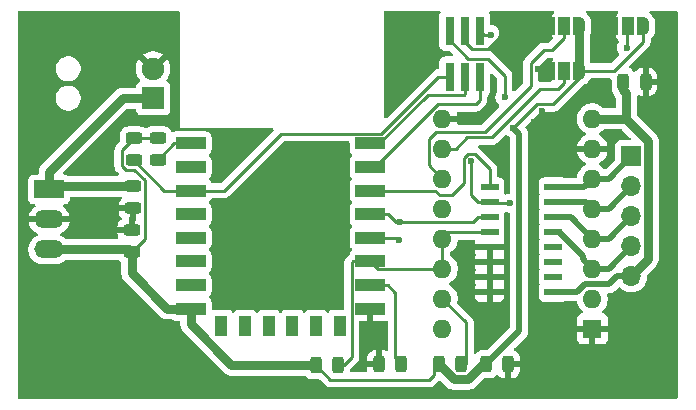
<source format=gbr>
G04 #@! TF.GenerationSoftware,KiCad,Pcbnew,9.0.1*
G04 #@! TF.CreationDate,2025-04-13T16:53:42+02:00*
G04 #@! TF.ProjectId,RulleGardin,52756c6c-6547-4617-9264-696e2e6b6963,rev?*
G04 #@! TF.SameCoordinates,Original*
G04 #@! TF.FileFunction,Copper,L1,Top*
G04 #@! TF.FilePolarity,Positive*
%FSLAX46Y46*%
G04 Gerber Fmt 4.6, Leading zero omitted, Abs format (unit mm)*
G04 Created by KiCad (PCBNEW 9.0.1) date 2025-04-13 16:53:42*
%MOMM*%
%LPD*%
G01*
G04 APERTURE LIST*
G04 Aperture macros list*
%AMRoundRect*
0 Rectangle with rounded corners*
0 $1 Rounding radius*
0 $2 $3 $4 $5 $6 $7 $8 $9 X,Y pos of 4 corners*
0 Add a 4 corners polygon primitive as box body*
4,1,4,$2,$3,$4,$5,$6,$7,$8,$9,$2,$3,0*
0 Add four circle primitives for the rounded corners*
1,1,$1+$1,$2,$3*
1,1,$1+$1,$4,$5*
1,1,$1+$1,$6,$7*
1,1,$1+$1,$8,$9*
0 Add four rect primitives between the rounded corners*
20,1,$1+$1,$2,$3,$4,$5,0*
20,1,$1+$1,$4,$5,$6,$7,0*
20,1,$1+$1,$6,$7,$8,$9,0*
20,1,$1+$1,$8,$9,$2,$3,0*%
%AMFreePoly0*
4,1,23,0.550000,-0.750000,0.000000,-0.750000,0.000000,-0.745722,-0.065263,-0.745722,-0.191342,-0.711940,-0.304381,-0.646677,-0.396677,-0.554381,-0.461940,-0.441342,-0.495722,-0.315263,-0.495722,-0.250000,-0.500000,-0.250000,-0.500000,0.250000,-0.495722,0.250000,-0.495722,0.315263,-0.461940,0.441342,-0.396677,0.554381,-0.304381,0.646677,-0.191342,0.711940,-0.065263,0.745722,0.000000,0.745722,
0.000000,0.750000,0.550000,0.750000,0.550000,-0.750000,0.550000,-0.750000,$1*%
%AMFreePoly1*
4,1,23,0.000000,0.745722,0.065263,0.745722,0.191342,0.711940,0.304381,0.646677,0.396677,0.554381,0.461940,0.441342,0.495722,0.315263,0.495722,0.250000,0.500000,0.250000,0.500000,-0.250000,0.495722,-0.250000,0.495722,-0.315263,0.461940,-0.441342,0.396677,-0.554381,0.304381,-0.646677,0.191342,-0.711940,0.065263,-0.745722,0.000000,-0.745722,0.000000,-0.750000,-0.550000,-0.750000,
-0.550000,0.750000,0.000000,0.750000,0.000000,0.745722,0.000000,0.745722,$1*%
G04 Aperture macros list end*
G04 #@! TA.AperFunction,SMDPad,CuDef*
%ADD10FreePoly0,0.000000*%
G04 #@! TD*
G04 #@! TA.AperFunction,SMDPad,CuDef*
%ADD11R,1.000000X1.500000*%
G04 #@! TD*
G04 #@! TA.AperFunction,SMDPad,CuDef*
%ADD12FreePoly1,0.000000*%
G04 #@! TD*
G04 #@! TA.AperFunction,SMDPad,CuDef*
%ADD13R,2.500000X1.000000*%
G04 #@! TD*
G04 #@! TA.AperFunction,SMDPad,CuDef*
%ADD14R,1.000000X1.800000*%
G04 #@! TD*
G04 #@! TA.AperFunction,SMDPad,CuDef*
%ADD15RoundRect,0.243750X-0.456250X0.243750X-0.456250X-0.243750X0.456250X-0.243750X0.456250X0.243750X0*%
G04 #@! TD*
G04 #@! TA.AperFunction,SMDPad,CuDef*
%ADD16RoundRect,0.243750X-0.243750X-0.456250X0.243750X-0.456250X0.243750X0.456250X-0.243750X0.456250X0*%
G04 #@! TD*
G04 #@! TA.AperFunction,SMDPad,CuDef*
%ADD17RoundRect,0.243750X0.243750X0.456250X-0.243750X0.456250X-0.243750X-0.456250X0.243750X-0.456250X0*%
G04 #@! TD*
G04 #@! TA.AperFunction,SMDPad,CuDef*
%ADD18RoundRect,0.243750X0.456250X-0.243750X0.456250X0.243750X-0.456250X0.243750X-0.456250X-0.243750X0*%
G04 #@! TD*
G04 #@! TA.AperFunction,ComponentPad*
%ADD19O,2.500000X1.500000*%
G04 #@! TD*
G04 #@! TA.AperFunction,ComponentPad*
%ADD20R,2.500000X1.500000*%
G04 #@! TD*
G04 #@! TA.AperFunction,ComponentPad*
%ADD21O,1.600000X1.600000*%
G04 #@! TD*
G04 #@! TA.AperFunction,ComponentPad*
%ADD22R,1.600000X1.600000*%
G04 #@! TD*
G04 #@! TA.AperFunction,ComponentPad*
%ADD23R,1.700000X1.700000*%
G04 #@! TD*
G04 #@! TA.AperFunction,ComponentPad*
%ADD24O,1.700000X1.700000*%
G04 #@! TD*
G04 #@! TA.AperFunction,SMDPad,CuDef*
%ADD25R,1.500000X0.600000*%
G04 #@! TD*
G04 #@! TA.AperFunction,SMDPad,CuDef*
%ADD26R,0.740000X2.400000*%
G04 #@! TD*
G04 #@! TA.AperFunction,ComponentPad*
%ADD27C,1.900000*%
G04 #@! TD*
G04 #@! TA.AperFunction,ComponentPad*
%ADD28R,1.900000X1.900000*%
G04 #@! TD*
G04 #@! TA.AperFunction,ViaPad*
%ADD29C,0.600000*%
G04 #@! TD*
G04 #@! TA.AperFunction,Conductor*
%ADD30C,0.250000*%
G04 #@! TD*
G04 #@! TA.AperFunction,Conductor*
%ADD31C,0.750000*%
G04 #@! TD*
G04 #@! TA.AperFunction,Conductor*
%ADD32C,0.500000*%
G04 #@! TD*
G04 APERTURE END LIST*
D10*
X193000000Y-91157500D03*
D11*
X194300000Y-91157500D03*
D12*
X195600000Y-91157500D03*
D10*
X193000000Y-87357500D03*
D11*
X194300000Y-87357500D03*
D12*
X195600000Y-87357500D03*
D10*
X198400000Y-87400000D03*
D11*
X199700000Y-87400000D03*
D12*
X201000000Y-87400000D03*
D13*
X177900000Y-97300000D03*
X177900000Y-99300000D03*
X177900000Y-101300000D03*
X177900000Y-103300000D03*
X177900000Y-105300000D03*
X177900000Y-107300000D03*
X177900000Y-109300000D03*
X177900000Y-111300000D03*
D14*
X175300000Y-112800000D03*
X173300000Y-112800000D03*
X171300000Y-112800000D03*
X169300000Y-112800000D03*
X167300000Y-112800000D03*
X165300000Y-112800000D03*
D13*
X162700000Y-111300000D03*
X162700000Y-109300000D03*
X162700000Y-107300000D03*
X162700000Y-105300000D03*
X162700000Y-103300000D03*
X162700000Y-101300000D03*
X162700000Y-99300000D03*
X162700000Y-97300000D03*
D15*
X157900000Y-98737500D03*
X157900000Y-96862500D03*
D16*
X175181500Y-116078000D03*
X173306500Y-116078000D03*
X185595500Y-116000000D03*
X183720500Y-116000000D03*
D17*
X178640500Y-116000000D03*
X180515500Y-116000000D03*
D15*
X159900000Y-98700000D03*
X159900000Y-96825000D03*
D16*
X189575000Y-116000000D03*
X187700000Y-116000000D03*
X201200000Y-92100000D03*
X199325000Y-92100000D03*
D18*
X157700000Y-104625000D03*
X157700000Y-106500000D03*
D15*
X157800000Y-102800000D03*
X157800000Y-100925000D03*
D19*
X150700000Y-106280000D03*
X150700000Y-103740000D03*
D20*
X150700000Y-101200000D03*
D21*
X184000000Y-113000000D03*
X196700000Y-95220000D03*
X184000000Y-110460000D03*
X196700000Y-97760000D03*
X184000000Y-107920000D03*
X196700000Y-100300000D03*
X184000000Y-105380000D03*
X196700000Y-102840000D03*
X184000000Y-102840000D03*
X196700000Y-105380000D03*
X184000000Y-100300000D03*
X196700000Y-107920000D03*
X184000000Y-97760000D03*
X196700000Y-110460000D03*
X184000000Y-95220000D03*
D22*
X196700000Y-113000000D03*
D23*
X200000000Y-98380000D03*
D24*
X200000000Y-100920000D03*
X200000000Y-103460000D03*
X200000000Y-106000000D03*
X200000000Y-108540000D03*
D25*
X188000000Y-101000000D03*
X188000000Y-102270000D03*
X188000000Y-103540000D03*
X188000000Y-104810000D03*
X188000000Y-106080000D03*
X188000000Y-107350000D03*
X188000000Y-108620000D03*
X188000000Y-109890000D03*
X193400000Y-109890000D03*
X193400000Y-108620000D03*
X193400000Y-107350000D03*
X193400000Y-106080000D03*
X193400000Y-104810000D03*
X193400000Y-103540000D03*
X193400000Y-102270000D03*
X193400000Y-101000000D03*
D26*
X187170000Y-87750000D03*
X187170000Y-91650000D03*
X185900000Y-87750000D03*
X185900000Y-91650000D03*
X184630000Y-87750000D03*
X184630000Y-91650000D03*
D27*
X159512000Y-90972000D03*
D28*
X159512000Y-93472000D03*
D29*
X197400000Y-87600000D03*
X192100000Y-90975000D03*
X192100000Y-87300000D03*
X199600000Y-89200000D03*
X188100000Y-88100000D03*
X188900000Y-87300000D03*
X195000000Y-111000000D03*
X198500000Y-110500000D03*
X177300000Y-112800000D03*
X188000000Y-114000000D03*
X191300000Y-115900000D03*
X165800000Y-102500000D03*
X174200000Y-102400000D03*
X189400000Y-98500000D03*
X186100000Y-105900000D03*
X191800000Y-95500000D03*
X192400000Y-94600000D03*
X150100000Y-117200000D03*
X151000000Y-117200000D03*
X150000000Y-87500000D03*
X150800000Y-87500000D03*
X181000000Y-87200000D03*
X181900000Y-87200000D03*
X160100000Y-87300000D03*
X159400000Y-87300000D03*
X190000000Y-96000000D03*
X189300000Y-93400000D03*
X189738000Y-102362000D03*
X186436000Y-98806000D03*
X180300000Y-105500000D03*
X180400000Y-104000000D03*
D30*
X192026000Y-93974000D02*
X190000000Y-96000000D01*
X195600000Y-91759500D02*
X193385500Y-93974000D01*
X195600000Y-91157500D02*
X195600000Y-91759500D01*
X193385500Y-93974000D02*
X192026000Y-93974000D01*
X197600000Y-87400000D02*
X197400000Y-87600000D01*
X198400000Y-87400000D02*
X197600000Y-87400000D01*
X192282500Y-91157500D02*
X192100000Y-90975000D01*
X193000000Y-91157500D02*
X192282500Y-91157500D01*
X192157500Y-87357500D02*
X192100000Y-87300000D01*
X193000000Y-87357500D02*
X192157500Y-87357500D01*
X187866000Y-89276000D02*
X188900000Y-88242000D01*
X188900000Y-88242000D02*
X188900000Y-87300000D01*
X186474000Y-89276000D02*
X187866000Y-89276000D01*
X185900000Y-88702000D02*
X186474000Y-89276000D01*
X185900000Y-87750000D02*
X185900000Y-88702000D01*
X187866000Y-90124000D02*
X189300000Y-91558000D01*
X186174000Y-90124000D02*
X187866000Y-90124000D01*
X189300000Y-91558000D02*
X189300000Y-93400000D01*
X184630000Y-88580000D02*
X186174000Y-90124000D01*
X184630000Y-87750000D02*
X184630000Y-88580000D01*
X198527798Y-91157500D02*
X195600000Y-91157500D01*
X201000000Y-88685298D02*
X198527798Y-91157500D01*
X201000000Y-87400000D02*
X201000000Y-88685298D01*
X199600000Y-89200000D02*
X199600000Y-87500000D01*
X199600000Y-87500000D02*
X199700000Y-87400000D01*
X187520000Y-88100000D02*
X187170000Y-87750000D01*
X188100000Y-88100000D02*
X187520000Y-88100000D01*
X187170000Y-93623298D02*
X187170000Y-91650000D01*
X183616702Y-93985298D02*
X186808000Y-93985298D01*
X178302000Y-99300000D02*
X183616702Y-93985298D01*
X186808000Y-93985298D02*
X187170000Y-93623298D01*
X177900000Y-99300000D02*
X178302000Y-99300000D01*
X165500000Y-101300000D02*
X162700000Y-101300000D01*
X178838190Y-96474000D02*
X170326000Y-96474000D01*
X183662190Y-91650000D02*
X178838190Y-96474000D01*
X184630000Y-91650000D02*
X183662190Y-91650000D01*
X170326000Y-96474000D02*
X165500000Y-101300000D01*
X185900000Y-93100000D02*
X185900000Y-91650000D01*
X178650000Y-97300000D02*
X182774000Y-93176000D01*
X182774000Y-93176000D02*
X185824000Y-93176000D01*
X185824000Y-93176000D02*
X185900000Y-93100000D01*
X177900000Y-97300000D02*
X178650000Y-97300000D01*
D31*
X195600000Y-91157500D02*
X195600000Y-87357500D01*
D30*
X194300000Y-88357500D02*
X194300000Y-87357500D01*
X193257500Y-89400000D02*
X194300000Y-88357500D01*
X192600000Y-89400000D02*
X193257500Y-89400000D01*
X191474990Y-90525010D02*
X192600000Y-89400000D01*
X191474990Y-92441860D02*
X191474990Y-90525010D01*
X193757500Y-92700000D02*
X194300000Y-92157500D01*
X192287500Y-92700000D02*
X193757500Y-92700000D01*
X194300000Y-92157500D02*
X194300000Y-91157500D01*
D32*
X198797919Y-108540000D02*
X200000000Y-108540000D01*
X198127920Y-109209999D02*
X198797919Y-108540000D01*
X196099999Y-109209999D02*
X198127920Y-109209999D01*
X195419998Y-109890000D02*
X196099999Y-109209999D01*
X193400000Y-109890000D02*
X195419998Y-109890000D01*
D31*
X197831370Y-95220000D02*
X196700000Y-95220000D01*
X199575002Y-95220000D02*
X197831370Y-95220000D01*
X201425001Y-97069999D02*
X199575002Y-95220000D01*
X201425001Y-107114999D02*
X201425001Y-97069999D01*
X200000000Y-108540000D02*
X201425001Y-107114999D01*
X157812000Y-93472000D02*
X159512000Y-93472000D01*
X156928000Y-93472000D02*
X157812000Y-93472000D01*
X150700000Y-99700000D02*
X156928000Y-93472000D01*
X150700000Y-101200000D02*
X150700000Y-99700000D01*
X150975000Y-100925000D02*
X150700000Y-101200000D01*
X157800000Y-100925000D02*
X150975000Y-100925000D01*
X199575002Y-93050002D02*
X199575002Y-95220000D01*
X199325000Y-92800000D02*
X199575002Y-93050002D01*
X199325000Y-92100000D02*
X199325000Y-92800000D01*
D30*
X183308000Y-116000000D02*
X183308000Y-116900000D01*
D31*
X157480000Y-106280000D02*
X157700000Y-106500000D01*
X150700000Y-106280000D02*
X157480000Y-106280000D01*
X157700000Y-106987500D02*
X157700000Y-106500000D01*
X160700000Y-111300000D02*
X157700000Y-108300000D01*
X157700000Y-108300000D02*
X157700000Y-106987500D01*
X162700000Y-111300000D02*
X160700000Y-111300000D01*
X162700000Y-112635002D02*
X162700000Y-112550000D01*
X166142998Y-116078000D02*
X162700000Y-112635002D01*
X162700000Y-112550000D02*
X162700000Y-111300000D01*
X173306500Y-116078000D02*
X166142998Y-116078000D01*
X184206027Y-116485527D02*
X183720500Y-116000000D01*
X184995510Y-117275010D02*
X184206027Y-116485527D01*
X186178394Y-117275010D02*
X184995510Y-117275010D01*
X187453404Y-116000000D02*
X186178394Y-117275010D01*
X187700000Y-116000000D02*
X187453404Y-116000000D01*
D32*
X190488001Y-96488001D02*
X190000000Y-96000000D01*
X187700000Y-116000000D02*
X190488001Y-113211999D01*
X190488001Y-113211999D02*
X190488001Y-96488001D01*
D30*
X157937500Y-96825000D02*
X157900000Y-96862500D01*
X159900000Y-96825000D02*
X157937500Y-96825000D01*
X157414473Y-97348027D02*
X157900000Y-96862500D01*
X156874990Y-97887510D02*
X157414473Y-97348027D01*
X156874990Y-99216840D02*
X156874990Y-97887510D01*
X157208160Y-99550010D02*
X156874990Y-99216840D01*
X157929360Y-99550010D02*
X157208160Y-99550010D01*
X158825010Y-100445660D02*
X157929360Y-99550010D01*
X158825010Y-105374990D02*
X158825010Y-100445660D01*
X157700000Y-106500000D02*
X158825010Y-105374990D01*
X173306500Y-116078000D02*
X174528500Y-117300000D01*
X182908000Y-117300000D02*
X183308000Y-116900000D01*
X174528500Y-117300000D02*
X182908000Y-117300000D01*
D32*
X198080000Y-100300000D02*
X200000000Y-98380000D01*
X196700000Y-100300000D02*
X198080000Y-100300000D01*
X196000000Y-101000000D02*
X196700000Y-100300000D01*
X193400000Y-101000000D02*
X196000000Y-101000000D01*
X198080000Y-102840000D02*
X200000000Y-100920000D01*
X196700000Y-102840000D02*
X198080000Y-102840000D01*
X196130000Y-102270000D02*
X196700000Y-102840000D01*
X193400000Y-102270000D02*
X196130000Y-102270000D01*
X198080000Y-105380000D02*
X200000000Y-103460000D01*
X196700000Y-105380000D02*
X198080000Y-105380000D01*
X194860000Y-103540000D02*
X196700000Y-105380000D01*
X193400000Y-103540000D02*
X194860000Y-103540000D01*
X198080000Y-107920000D02*
X200000000Y-106000000D01*
X196700000Y-107920000D02*
X198080000Y-107920000D01*
X195900001Y-107120001D02*
X196700000Y-107920000D01*
X195900001Y-106860001D02*
X195900001Y-107120001D01*
X193850000Y-104810000D02*
X195900001Y-106860001D01*
X193400000Y-104810000D02*
X193850000Y-104810000D01*
D30*
X179400000Y-109300000D02*
X177900000Y-109300000D01*
X180029973Y-109929973D02*
X179400000Y-109300000D01*
X180029973Y-115514473D02*
X180029973Y-109929973D01*
X180515500Y-116000000D02*
X180029973Y-115514473D01*
X186008000Y-112468000D02*
X184000000Y-110460000D01*
X186008000Y-116000000D02*
X186008000Y-112468000D01*
X188092000Y-102362000D02*
X188000000Y-102270000D01*
X189738000Y-102362000D02*
X188092000Y-102362000D01*
X188000000Y-102270000D02*
X187000000Y-102270000D01*
X186436000Y-101706000D02*
X186436000Y-98806000D01*
X187000000Y-102270000D02*
X186436000Y-101706000D01*
X177900000Y-105300000D02*
X180100000Y-105300000D01*
X180100000Y-105300000D02*
X180300000Y-105500000D01*
X160462500Y-101300000D02*
X162700000Y-101300000D01*
X157900000Y-98737500D02*
X160462500Y-101300000D01*
X184000000Y-107920000D02*
X184000000Y-105380000D01*
X184570000Y-104810000D02*
X184000000Y-105380000D01*
X188000000Y-104810000D02*
X184570000Y-104810000D01*
X184000000Y-100300000D02*
X182874999Y-99174999D01*
X182874999Y-96930001D02*
X183459999Y-96345001D01*
X183459999Y-96345001D02*
X187571849Y-96345001D01*
X182874999Y-99174999D02*
X182874999Y-96930001D01*
X187571849Y-96345001D02*
X191474990Y-92441860D01*
X188192490Y-96795010D02*
X192287500Y-92700000D01*
X186096360Y-96795010D02*
X188192490Y-96795010D01*
X185131370Y-97760000D02*
X186096360Y-96795010D01*
X184000000Y-97760000D02*
X185131370Y-97760000D01*
X187000000Y-103540000D02*
X188000000Y-103540000D01*
X179400000Y-103300000D02*
X180065001Y-103965001D01*
X186574999Y-103965001D02*
X187000000Y-103540000D01*
X177900000Y-103300000D02*
X179400000Y-103300000D01*
X180400000Y-104000000D02*
X186574999Y-103965001D01*
X180065001Y-103965001D02*
X180400000Y-104000000D01*
X178520000Y-107920000D02*
X177900000Y-107300000D01*
X184000000Y-107920000D02*
X178520000Y-107920000D01*
X176400000Y-107300000D02*
X177900000Y-107300000D01*
X176324999Y-107375001D02*
X176400000Y-107300000D01*
X176324999Y-115422001D02*
X176324999Y-107375001D01*
X175669000Y-116078000D02*
X176324999Y-115422001D01*
X175181500Y-116078000D02*
X175669000Y-116078000D01*
X161300000Y-97300000D02*
X162700000Y-97300000D01*
X159900000Y-98700000D02*
X161300000Y-97300000D01*
X188000000Y-100450000D02*
X188000000Y-101000000D01*
X186135999Y-98180999D02*
X186736001Y-98180999D01*
X185810999Y-98505999D02*
X186135999Y-98180999D01*
X188000000Y-99444998D02*
X188000000Y-100450000D01*
X185810999Y-100689001D02*
X185810999Y-98505999D01*
X186736001Y-98180999D02*
X188000000Y-99444998D01*
X184785001Y-101714999D02*
X185810999Y-100689001D01*
X183814999Y-101714999D02*
X184785001Y-101714999D01*
X183400000Y-101300000D02*
X183814999Y-101714999D01*
X177900000Y-101300000D02*
X183400000Y-101300000D01*
G04 #@! TA.AperFunction,Conductor*
G36*
X161740121Y-86095502D02*
G01*
X161786614Y-86149158D01*
X161798000Y-86201500D01*
X161798000Y-96012000D01*
X169587905Y-96012000D01*
X169656026Y-96032002D01*
X169702519Y-96085658D01*
X169712623Y-96155932D01*
X169683129Y-96220512D01*
X169677000Y-96227095D01*
X165274501Y-100629595D01*
X165212189Y-100663621D01*
X165185406Y-100666500D01*
X164530409Y-100666500D01*
X164462288Y-100646498D01*
X164415795Y-100592842D01*
X164412354Y-100584534D01*
X164400889Y-100553797D01*
X164400889Y-100553796D01*
X164400887Y-100553794D01*
X164400887Y-100553792D01*
X164313261Y-100436738D01*
X164265343Y-100400868D01*
X164222796Y-100344033D01*
X164217731Y-100273217D01*
X164251756Y-100210905D01*
X164265343Y-100199132D01*
X164266841Y-100198011D01*
X164313261Y-100163261D01*
X164400889Y-100046204D01*
X164451989Y-99909201D01*
X164454192Y-99888717D01*
X164458499Y-99848649D01*
X164458500Y-99848632D01*
X164458500Y-98751367D01*
X164458499Y-98751350D01*
X164451990Y-98690803D01*
X164451988Y-98690795D01*
X164400889Y-98553797D01*
X164400887Y-98553792D01*
X164313261Y-98436738D01*
X164265343Y-98400868D01*
X164222796Y-98344033D01*
X164217731Y-98273217D01*
X164251756Y-98210905D01*
X164265343Y-98199132D01*
X164313261Y-98163261D01*
X164400887Y-98046207D01*
X164400887Y-98046206D01*
X164400889Y-98046204D01*
X164451989Y-97909201D01*
X164453016Y-97899656D01*
X164458499Y-97848649D01*
X164458500Y-97848632D01*
X164458500Y-96751367D01*
X164458499Y-96751350D01*
X164451990Y-96690803D01*
X164451988Y-96690795D01*
X164406420Y-96568625D01*
X164400889Y-96553796D01*
X164400888Y-96553794D01*
X164400887Y-96553792D01*
X164313261Y-96436738D01*
X164196207Y-96349112D01*
X164196202Y-96349110D01*
X164059204Y-96298011D01*
X164059196Y-96298009D01*
X163998649Y-96291500D01*
X163998638Y-96291500D01*
X161401362Y-96291500D01*
X161401350Y-96291500D01*
X161340803Y-96298009D01*
X161340802Y-96298010D01*
X161340799Y-96298010D01*
X161340799Y-96298011D01*
X161208828Y-96347234D01*
X161138013Y-96352299D01*
X161075701Y-96318274D01*
X161045191Y-96268808D01*
X161042661Y-96261171D01*
X160950344Y-96111502D01*
X160950343Y-96111501D01*
X160950338Y-96111495D01*
X160826004Y-95987161D01*
X160825998Y-95987156D01*
X160676329Y-95894839D01*
X160622569Y-95877025D01*
X160509404Y-95839526D01*
X160509401Y-95839525D01*
X160509399Y-95839525D01*
X160406383Y-95829000D01*
X159393625Y-95829000D01*
X159290600Y-95839525D01*
X159290597Y-95839525D01*
X159290596Y-95839526D01*
X159209193Y-95866500D01*
X159123670Y-95894839D01*
X158974001Y-95987156D01*
X158973998Y-95987158D01*
X158964788Y-95996369D01*
X158902475Y-96030391D01*
X158831659Y-96025324D01*
X158809555Y-96014514D01*
X158676329Y-95932339D01*
X158509404Y-95877026D01*
X158509401Y-95877025D01*
X158509399Y-95877025D01*
X158406383Y-95866500D01*
X157393625Y-95866500D01*
X157290600Y-95877025D01*
X157290597Y-95877025D01*
X157290596Y-95877026D01*
X157207885Y-95904433D01*
X157123670Y-95932339D01*
X156974001Y-96024656D01*
X156973995Y-96024661D01*
X156849661Y-96148995D01*
X156849656Y-96149001D01*
X156757339Y-96298670D01*
X156731048Y-96378012D01*
X156712949Y-96432634D01*
X156702025Y-96465600D01*
X156691500Y-96568616D01*
X156691500Y-97122903D01*
X156671498Y-97191024D01*
X156654596Y-97211998D01*
X156471157Y-97395439D01*
X156382917Y-97483679D01*
X156382916Y-97483681D01*
X156324008Y-97571844D01*
X156313590Y-97587435D01*
X156265835Y-97702725D01*
X156256018Y-97752078D01*
X156241490Y-97825113D01*
X156241490Y-99279236D01*
X156250158Y-99322810D01*
X156265835Y-99401625D01*
X156313590Y-99516915D01*
X156382919Y-99620673D01*
X156489306Y-99727060D01*
X156588651Y-99826405D01*
X156622676Y-99888717D01*
X156617611Y-99959533D01*
X156575064Y-100016368D01*
X156508543Y-100041179D01*
X156499555Y-100041500D01*
X152294766Y-100041500D01*
X152226645Y-100021498D01*
X152219264Y-100016373D01*
X152204279Y-100005156D01*
X152196203Y-99999110D01*
X152059204Y-99948011D01*
X152059196Y-99948009D01*
X151998023Y-99941433D01*
X151932431Y-99914264D01*
X151891940Y-99855946D01*
X151889406Y-99784994D01*
X151922395Y-99727062D01*
X157257053Y-94392405D01*
X157319365Y-94358379D01*
X157346148Y-94355500D01*
X157724983Y-94355500D01*
X157927942Y-94355500D01*
X157996063Y-94375502D01*
X158042556Y-94429158D01*
X158053220Y-94468033D01*
X158060009Y-94531196D01*
X158060011Y-94531204D01*
X158111110Y-94668202D01*
X158111112Y-94668207D01*
X158198738Y-94785261D01*
X158315792Y-94872887D01*
X158315794Y-94872888D01*
X158315796Y-94872889D01*
X158364211Y-94890947D01*
X158452795Y-94923988D01*
X158452803Y-94923990D01*
X158513350Y-94930499D01*
X158513355Y-94930499D01*
X158513362Y-94930500D01*
X158513368Y-94930500D01*
X160510632Y-94930500D01*
X160510638Y-94930500D01*
X160510645Y-94930499D01*
X160510649Y-94930499D01*
X160571196Y-94923990D01*
X160571199Y-94923989D01*
X160571201Y-94923989D01*
X160708204Y-94872889D01*
X160825261Y-94785261D01*
X160912889Y-94668204D01*
X160963989Y-94531201D01*
X160964925Y-94522500D01*
X160970499Y-94470649D01*
X160970500Y-94470632D01*
X160970500Y-92473367D01*
X160970499Y-92473350D01*
X160963990Y-92412803D01*
X160963988Y-92412795D01*
X160934924Y-92334875D01*
X160912889Y-92275796D01*
X160912888Y-92275794D01*
X160912887Y-92275792D01*
X160825261Y-92158738D01*
X160708207Y-92071112D01*
X160700299Y-92066795D01*
X160701482Y-92064628D01*
X160655232Y-92030002D01*
X160630425Y-91963481D01*
X160645519Y-91894108D01*
X160654168Y-91880437D01*
X160758990Y-91736161D01*
X160863182Y-91531674D01*
X160934097Y-91313421D01*
X160970000Y-91086743D01*
X160970000Y-90857256D01*
X160934097Y-90630578D01*
X160863182Y-90412325D01*
X160758992Y-90207842D01*
X160706969Y-90136239D01*
X160077807Y-90765401D01*
X160071111Y-90740409D01*
X159992119Y-90603592D01*
X159880408Y-90491881D01*
X159743591Y-90412889D01*
X159718597Y-90406192D01*
X160347759Y-89777029D01*
X160347759Y-89777028D01*
X160276161Y-89725009D01*
X160071674Y-89620817D01*
X159853421Y-89549902D01*
X159626744Y-89514000D01*
X159397256Y-89514000D01*
X159170578Y-89549902D01*
X158952325Y-89620817D01*
X158747843Y-89725006D01*
X158747842Y-89725007D01*
X158676239Y-89777029D01*
X158676239Y-89777030D01*
X159305401Y-90406192D01*
X159280409Y-90412889D01*
X159143592Y-90491881D01*
X159031881Y-90603592D01*
X158952889Y-90740409D01*
X158946191Y-90765402D01*
X158317029Y-90136239D01*
X158265007Y-90207842D01*
X158265006Y-90207843D01*
X158160817Y-90412325D01*
X158089902Y-90630578D01*
X158054000Y-90857256D01*
X158054000Y-91086743D01*
X158089902Y-91313421D01*
X158160817Y-91531674D01*
X158265009Y-91736161D01*
X158369831Y-91880437D01*
X158393690Y-91947305D01*
X158377609Y-92016457D01*
X158326695Y-92065937D01*
X158318762Y-92069491D01*
X158315792Y-92071112D01*
X158198738Y-92158738D01*
X158111112Y-92275792D01*
X158111110Y-92275797D01*
X158060011Y-92412795D01*
X158060009Y-92412803D01*
X158053220Y-92475967D01*
X158026052Y-92541560D01*
X157967734Y-92582051D01*
X157927942Y-92588500D01*
X156840977Y-92588500D01*
X156709768Y-92614599D01*
X156709768Y-92614600D01*
X156670292Y-92622452D01*
X156670291Y-92622452D01*
X156670288Y-92622453D01*
X156608510Y-92648043D01*
X156608505Y-92648045D01*
X156604822Y-92649571D01*
X156509506Y-92689052D01*
X156473691Y-92712983D01*
X156466730Y-92717633D01*
X156466728Y-92717635D01*
X156364805Y-92785738D01*
X156364798Y-92785743D01*
X150013745Y-99136795D01*
X150013740Y-99136801D01*
X149917052Y-99281505D01*
X149850454Y-99442286D01*
X149850452Y-99442291D01*
X149839988Y-99494899D01*
X149816500Y-99612977D01*
X149816500Y-99815500D01*
X149796498Y-99883621D01*
X149742842Y-99930114D01*
X149690500Y-99941500D01*
X149401350Y-99941500D01*
X149340803Y-99948009D01*
X149340795Y-99948011D01*
X149203797Y-99999110D01*
X149203792Y-99999112D01*
X149086738Y-100086738D01*
X148999112Y-100203792D01*
X148999110Y-100203797D01*
X148948011Y-100340795D01*
X148948009Y-100340803D01*
X148941500Y-100401350D01*
X148941500Y-101998649D01*
X148948009Y-102059196D01*
X148948011Y-102059204D01*
X148999110Y-102196202D01*
X148999112Y-102196207D01*
X149086738Y-102313261D01*
X149203792Y-102400887D01*
X149203794Y-102400888D01*
X149203796Y-102400889D01*
X149262875Y-102422924D01*
X149340795Y-102451988D01*
X149340803Y-102451990D01*
X149401350Y-102458499D01*
X149401355Y-102458499D01*
X149401362Y-102458500D01*
X149401368Y-102458500D01*
X149435808Y-102458500D01*
X149503929Y-102478502D01*
X149550422Y-102532158D01*
X149560526Y-102602432D01*
X149531032Y-102667012D01*
X149509869Y-102686436D01*
X149380465Y-102780453D01*
X149380462Y-102780455D01*
X149240455Y-102920462D01*
X149240453Y-102920465D01*
X149124064Y-103080660D01*
X149034165Y-103257097D01*
X148972975Y-103445420D01*
X148966547Y-103486000D01*
X150269297Y-103486000D01*
X150234075Y-103547007D01*
X150200000Y-103674174D01*
X150200000Y-103805826D01*
X150234075Y-103932993D01*
X150269297Y-103994000D01*
X148966548Y-103994000D01*
X148972975Y-104034579D01*
X149034165Y-104222902D01*
X149124064Y-104399339D01*
X149240453Y-104559534D01*
X149240455Y-104559537D01*
X149380462Y-104699544D01*
X149380465Y-104699546D01*
X149540663Y-104815937D01*
X149700645Y-104897451D01*
X149752261Y-104946199D01*
X149769327Y-105015113D01*
X149746427Y-105082315D01*
X149700646Y-105121985D01*
X149540399Y-105203635D01*
X149380139Y-105320071D01*
X149240071Y-105460139D01*
X149123636Y-105620398D01*
X149067070Y-105731414D01*
X149033702Y-105796903D01*
X148972488Y-105985300D01*
X148941500Y-106180954D01*
X148941500Y-106379046D01*
X148972488Y-106574700D01*
X149033702Y-106763097D01*
X149123634Y-106939598D01*
X149123636Y-106939601D01*
X149240071Y-107099860D01*
X149380139Y-107239928D01*
X149432424Y-107277915D01*
X149540402Y-107356366D01*
X149716903Y-107446298D01*
X149905300Y-107507512D01*
X150100954Y-107538500D01*
X150100957Y-107538500D01*
X151299043Y-107538500D01*
X151299046Y-107538500D01*
X151494700Y-107507512D01*
X151683097Y-107446298D01*
X151859598Y-107356366D01*
X152019858Y-107239930D01*
X152059382Y-107200406D01*
X152121693Y-107166380D01*
X152148478Y-107163500D01*
X156549122Y-107163500D01*
X156579363Y-107172379D01*
X156610117Y-107179248D01*
X156614013Y-107182553D01*
X156617243Y-107183502D01*
X156638708Y-107200898D01*
X156647147Y-107209431D01*
X156649656Y-107213498D01*
X156774002Y-107337844D01*
X156774381Y-107338077D01*
X156780086Y-107343846D01*
X156793408Y-107368566D01*
X156809651Y-107391472D01*
X156811404Y-107401960D01*
X156813767Y-107406345D01*
X156813252Y-107413019D01*
X156816500Y-107432448D01*
X156816500Y-108387020D01*
X156817899Y-108394051D01*
X156850452Y-108557708D01*
X156917052Y-108718495D01*
X156939017Y-108751367D01*
X157013740Y-108863198D01*
X157013745Y-108863204D01*
X160136796Y-111986254D01*
X160136798Y-111986256D01*
X160136801Y-111986258D01*
X160136802Y-111986259D01*
X160281505Y-112082948D01*
X160442292Y-112149548D01*
X160612983Y-112183500D01*
X161071838Y-112183500D01*
X161139959Y-112203502D01*
X161147347Y-112208632D01*
X161203792Y-112250887D01*
X161203794Y-112250888D01*
X161203796Y-112250889D01*
X161262875Y-112272924D01*
X161340795Y-112301988D01*
X161340803Y-112301990D01*
X161401350Y-112308499D01*
X161401355Y-112308499D01*
X161401362Y-112308500D01*
X161690500Y-112308500D01*
X161758621Y-112328502D01*
X161805114Y-112382158D01*
X161816500Y-112434500D01*
X161816500Y-112722022D01*
X161841087Y-112845627D01*
X161850452Y-112892710D01*
X161917052Y-113053497D01*
X161973044Y-113137294D01*
X162013740Y-113198200D01*
X162013745Y-113198206D01*
X163806105Y-114990565D01*
X165579799Y-116764259D01*
X165645156Y-116807929D01*
X165724504Y-116860948D01*
X165885291Y-116927548D01*
X166055981Y-116961500D01*
X172374052Y-116961500D01*
X172442173Y-116981502D01*
X172462411Y-116999863D01*
X172463466Y-116998809D01*
X172592995Y-117128338D01*
X172593001Y-117128343D01*
X172593002Y-117128344D01*
X172742671Y-117220661D01*
X172909596Y-117275974D01*
X173012625Y-117286500D01*
X173566905Y-117286499D01*
X173635026Y-117306501D01*
X173656000Y-117323404D01*
X174036429Y-117703833D01*
X174124667Y-117792071D01*
X174228425Y-117861400D01*
X174343715Y-117909155D01*
X174466106Y-117933500D01*
X174466107Y-117933500D01*
X182970393Y-117933500D01*
X182970394Y-117933500D01*
X183092785Y-117909155D01*
X183208075Y-117861400D01*
X183311833Y-117792071D01*
X183698379Y-117405523D01*
X183760689Y-117371500D01*
X183831505Y-117376564D01*
X183876566Y-117405523D01*
X184432312Y-117961269D01*
X184577016Y-118057958D01*
X184737802Y-118124558D01*
X184908493Y-118158510D01*
X184908494Y-118158510D01*
X186265410Y-118158510D01*
X186265411Y-118158510D01*
X186436102Y-118124558D01*
X186596889Y-118057958D01*
X186741593Y-117961269D01*
X187457457Y-117245403D01*
X187519770Y-117211379D01*
X187546553Y-117208499D01*
X187993874Y-117208499D01*
X188096904Y-117197974D01*
X188263829Y-117142661D01*
X188413498Y-117050344D01*
X188537844Y-116925998D01*
X188537850Y-116925987D01*
X188538975Y-116924566D01*
X188540010Y-116923832D01*
X188543034Y-116920809D01*
X188543550Y-116921325D01*
X188596912Y-116883531D01*
X188667836Y-116880333D01*
X188729231Y-116915987D01*
X188736653Y-116924551D01*
X188737552Y-116925688D01*
X188861807Y-117049943D01*
X188861813Y-117049948D01*
X189011387Y-117142206D01*
X189178191Y-117197480D01*
X189178203Y-117197482D01*
X189281144Y-117207999D01*
X189320999Y-117207999D01*
X189829000Y-117207999D01*
X189868847Y-117207999D01*
X189971802Y-117197482D01*
X190138612Y-117142206D01*
X190288186Y-117049948D01*
X190288192Y-117049943D01*
X190412443Y-116925692D01*
X190412448Y-116925686D01*
X190504706Y-116776112D01*
X190559980Y-116609308D01*
X190559982Y-116609296D01*
X190570499Y-116506355D01*
X190570500Y-116506355D01*
X190570500Y-116254000D01*
X189829000Y-116254000D01*
X189829000Y-117207999D01*
X189320999Y-117207999D01*
X189321000Y-117207998D01*
X189321000Y-116126000D01*
X189341002Y-116057879D01*
X189394658Y-116011386D01*
X189447000Y-116000000D01*
X189575000Y-116000000D01*
X189575000Y-115872000D01*
X189595002Y-115803879D01*
X189648658Y-115757386D01*
X189701000Y-115746000D01*
X190570499Y-115746000D01*
X190570499Y-115493652D01*
X190559982Y-115390697D01*
X190504706Y-115223887D01*
X190412448Y-115074313D01*
X190412443Y-115074307D01*
X190288192Y-114950056D01*
X190288186Y-114950051D01*
X190135865Y-114856098D01*
X190088387Y-114803312D01*
X190076984Y-114733237D01*
X190105277Y-114668121D01*
X190112889Y-114659791D01*
X191077167Y-113695514D01*
X191160175Y-113571283D01*
X191217352Y-113433246D01*
X191246501Y-113286704D01*
X191246501Y-113137294D01*
X191246501Y-96413295D01*
X191217352Y-96266755D01*
X191160175Y-96128717D01*
X191127376Y-96079630D01*
X191077167Y-96004486D01*
X191065905Y-95993224D01*
X191059777Y-95984601D01*
X191051509Y-95960639D01*
X191039362Y-95938394D01*
X191040129Y-95927659D01*
X191036620Y-95917487D01*
X191042618Y-95892861D01*
X191044427Y-95867579D01*
X191051432Y-95856677D01*
X191053423Y-95848508D01*
X191061817Y-95840518D01*
X191073388Y-95822515D01*
X191328335Y-95567569D01*
X192251501Y-94644404D01*
X192313813Y-94610379D01*
X192340596Y-94607500D01*
X193447893Y-94607500D01*
X193447894Y-94607500D01*
X193570285Y-94583155D01*
X193685575Y-94535400D01*
X193789333Y-94466071D01*
X195847492Y-92407910D01*
X195903974Y-92375301D01*
X195925899Y-92369427D01*
X196049743Y-92318129D01*
X196163757Y-92252303D01*
X196270106Y-92170698D01*
X196363198Y-92077606D01*
X196444803Y-91971257D01*
X196476128Y-91917000D01*
X196512502Y-91854000D01*
X196563885Y-91805007D01*
X196621621Y-91791000D01*
X198203000Y-91791000D01*
X198271121Y-91811002D01*
X198317614Y-91864658D01*
X198329000Y-91917000D01*
X198329000Y-92606374D01*
X198339516Y-92709308D01*
X198339526Y-92709404D01*
X198394839Y-92876329D01*
X198394840Y-92876331D01*
X198394841Y-92876333D01*
X198448659Y-92963586D01*
X198464996Y-93005149D01*
X198475450Y-93057702D01*
X198475453Y-93057711D01*
X198491399Y-93096207D01*
X198542052Y-93218495D01*
X198638741Y-93363199D01*
X198654596Y-93379054D01*
X198688622Y-93441364D01*
X198691502Y-93468150D01*
X198691502Y-94210500D01*
X198671500Y-94278621D01*
X198617844Y-94325114D01*
X198565502Y-94336500D01*
X197719188Y-94336500D01*
X197651067Y-94316498D01*
X197630097Y-94299599D01*
X197552430Y-94221932D01*
X197385803Y-94100871D01*
X197202290Y-94007366D01*
X197202287Y-94007365D01*
X197202285Y-94007364D01*
X197006412Y-93943721D01*
X197006410Y-93943720D01*
X197006408Y-93943720D01*
X196802981Y-93911500D01*
X196597019Y-93911500D01*
X196393592Y-93943720D01*
X196393590Y-93943720D01*
X196393587Y-93943721D01*
X196197714Y-94007364D01*
X196197708Y-94007367D01*
X196014193Y-94100873D01*
X195847567Y-94221934D01*
X195847564Y-94221936D01*
X195701936Y-94367564D01*
X195701934Y-94367567D01*
X195580873Y-94534193D01*
X195487367Y-94717708D01*
X195487364Y-94717714D01*
X195423721Y-94913587D01*
X195423720Y-94913590D01*
X195423720Y-94913592D01*
X195391500Y-95117019D01*
X195391500Y-95322981D01*
X195423702Y-95526295D01*
X195423721Y-95526412D01*
X195482924Y-95708621D01*
X195487366Y-95722290D01*
X195580871Y-95905803D01*
X195701932Y-96072430D01*
X195701934Y-96072432D01*
X195701936Y-96072435D01*
X195847564Y-96218063D01*
X195847567Y-96218065D01*
X195847570Y-96218068D01*
X196014197Y-96339129D01*
X196090511Y-96378013D01*
X196142126Y-96426760D01*
X196159192Y-96495675D01*
X196136292Y-96562876D01*
X196090513Y-96602545D01*
X196014455Y-96641299D01*
X195847892Y-96762315D01*
X195847889Y-96762317D01*
X195702317Y-96907889D01*
X195702315Y-96907892D01*
X195581300Y-97074454D01*
X195487829Y-97257900D01*
X195487826Y-97257906D01*
X195424208Y-97453704D01*
X195415926Y-97506000D01*
X196388314Y-97506000D01*
X196379920Y-97514394D01*
X196327259Y-97605606D01*
X196300000Y-97707339D01*
X196300000Y-97812661D01*
X196327259Y-97914394D01*
X196379920Y-98005606D01*
X196388314Y-98014000D01*
X195415926Y-98014000D01*
X195424208Y-98066295D01*
X195487826Y-98262093D01*
X195487829Y-98262099D01*
X195581300Y-98445545D01*
X195702315Y-98612107D01*
X195702317Y-98612110D01*
X195847889Y-98757682D01*
X195847892Y-98757684D01*
X196014455Y-98878700D01*
X196090511Y-98917453D01*
X196142126Y-98966202D01*
X196159192Y-99035117D01*
X196136291Y-99102318D01*
X196090511Y-99141987D01*
X196014193Y-99180872D01*
X195847567Y-99301934D01*
X195847564Y-99301936D01*
X195701936Y-99447564D01*
X195701934Y-99447567D01*
X195580873Y-99614193D01*
X195487367Y-99797708D01*
X195487364Y-99797714D01*
X195423721Y-99993587D01*
X195423720Y-99993590D01*
X195423720Y-99993592D01*
X195401542Y-100133621D01*
X195401290Y-100135211D01*
X195370877Y-100199364D01*
X195310609Y-100236891D01*
X195276841Y-100241500D01*
X194398530Y-100241500D01*
X194354497Y-100233555D01*
X194259204Y-100198011D01*
X194259196Y-100198009D01*
X194198649Y-100191500D01*
X194198638Y-100191500D01*
X192601362Y-100191500D01*
X192601350Y-100191500D01*
X192540803Y-100198009D01*
X192540795Y-100198011D01*
X192403797Y-100249110D01*
X192403792Y-100249112D01*
X192286738Y-100336738D01*
X192199112Y-100453792D01*
X192199110Y-100453797D01*
X192148011Y-100590795D01*
X192148009Y-100590803D01*
X192141500Y-100651350D01*
X192141500Y-101348649D01*
X192148009Y-101409196D01*
X192148011Y-101409204D01*
X192199110Y-101546202D01*
X192199112Y-101546207D01*
X192209057Y-101559491D01*
X192233868Y-101626011D01*
X192218777Y-101695385D01*
X192209057Y-101710509D01*
X192199112Y-101723792D01*
X192199110Y-101723797D01*
X192148011Y-101860795D01*
X192148009Y-101860803D01*
X192141500Y-101921350D01*
X192141500Y-102618649D01*
X192148009Y-102679196D01*
X192148011Y-102679204D01*
X192199110Y-102816202D01*
X192199112Y-102816207D01*
X192209057Y-102829491D01*
X192233868Y-102896011D01*
X192218777Y-102965385D01*
X192209057Y-102980509D01*
X192199112Y-102993792D01*
X192199110Y-102993797D01*
X192148011Y-103130795D01*
X192148009Y-103130803D01*
X192141500Y-103191350D01*
X192141500Y-103888649D01*
X192148009Y-103949196D01*
X192148011Y-103949204D01*
X192199110Y-104086202D01*
X192199112Y-104086207D01*
X192209057Y-104099491D01*
X192233868Y-104166011D01*
X192218777Y-104235385D01*
X192209057Y-104250509D01*
X192199112Y-104263792D01*
X192199110Y-104263797D01*
X192148011Y-104400795D01*
X192148009Y-104400803D01*
X192141500Y-104461350D01*
X192141500Y-105158649D01*
X192148009Y-105219196D01*
X192148011Y-105219204D01*
X192199110Y-105356202D01*
X192199112Y-105356207D01*
X192209057Y-105369491D01*
X192233868Y-105436011D01*
X192218777Y-105505385D01*
X192209057Y-105520509D01*
X192199112Y-105533792D01*
X192199110Y-105533797D01*
X192148011Y-105670795D01*
X192148009Y-105670803D01*
X192141500Y-105731350D01*
X192141500Y-106428649D01*
X192148009Y-106489196D01*
X192148011Y-106489204D01*
X192199110Y-106626202D01*
X192199112Y-106626207D01*
X192209057Y-106639491D01*
X192233868Y-106706011D01*
X192218777Y-106775385D01*
X192209057Y-106790509D01*
X192199112Y-106803792D01*
X192199110Y-106803797D01*
X192148011Y-106940795D01*
X192148009Y-106940803D01*
X192141500Y-107001350D01*
X192141500Y-107698649D01*
X192148009Y-107759196D01*
X192148011Y-107759204D01*
X192199110Y-107896202D01*
X192199112Y-107896207D01*
X192209057Y-107909491D01*
X192233868Y-107976011D01*
X192218777Y-108045385D01*
X192209057Y-108060509D01*
X192199112Y-108073792D01*
X192199110Y-108073797D01*
X192148011Y-108210795D01*
X192148009Y-108210803D01*
X192141500Y-108271350D01*
X192141500Y-108968649D01*
X192148009Y-109029196D01*
X192148011Y-109029204D01*
X192199110Y-109166202D01*
X192199112Y-109166207D01*
X192209057Y-109179491D01*
X192233868Y-109246011D01*
X192218777Y-109315385D01*
X192209057Y-109330509D01*
X192199112Y-109343792D01*
X192199110Y-109343797D01*
X192148011Y-109480795D01*
X192148009Y-109480803D01*
X192141500Y-109541350D01*
X192141500Y-110238649D01*
X192148009Y-110299196D01*
X192148011Y-110299204D01*
X192199110Y-110436202D01*
X192199112Y-110436207D01*
X192286738Y-110553261D01*
X192403792Y-110640887D01*
X192403794Y-110640888D01*
X192403796Y-110640889D01*
X192424202Y-110648500D01*
X192540795Y-110691988D01*
X192540803Y-110691990D01*
X192601350Y-110698499D01*
X192601355Y-110698499D01*
X192601362Y-110698500D01*
X192601368Y-110698500D01*
X194198632Y-110698500D01*
X194198638Y-110698500D01*
X194198645Y-110698499D01*
X194198649Y-110698499D01*
X194259196Y-110691990D01*
X194259199Y-110691989D01*
X194259201Y-110691989D01*
X194262392Y-110690799D01*
X194354497Y-110656445D01*
X194398530Y-110648500D01*
X195297431Y-110648500D01*
X195365552Y-110668502D01*
X195412045Y-110722158D01*
X195421879Y-110754788D01*
X195423719Y-110766407D01*
X195487364Y-110962285D01*
X195487366Y-110962290D01*
X195580871Y-111145803D01*
X195701932Y-111312430D01*
X195701934Y-111312432D01*
X195701936Y-111312435D01*
X195847564Y-111458063D01*
X195847567Y-111458065D01*
X195847570Y-111458068D01*
X195863927Y-111469952D01*
X195863930Y-111469954D01*
X195907284Y-111526176D01*
X195913359Y-111596912D01*
X195880228Y-111659704D01*
X195818408Y-111694615D01*
X195803343Y-111697167D01*
X195790909Y-111698504D01*
X195790908Y-111698504D01*
X195654035Y-111749555D01*
X195654034Y-111749555D01*
X195537095Y-111837095D01*
X195449555Y-111954034D01*
X195449555Y-111954035D01*
X195398505Y-112090906D01*
X195392000Y-112151402D01*
X195392000Y-112746000D01*
X196388314Y-112746000D01*
X196379920Y-112754394D01*
X196327259Y-112845606D01*
X196300000Y-112947339D01*
X196300000Y-113052661D01*
X196327259Y-113154394D01*
X196379920Y-113245606D01*
X196388314Y-113254000D01*
X195392000Y-113254000D01*
X195392000Y-113848597D01*
X195398505Y-113909093D01*
X195449555Y-114045964D01*
X195449555Y-114045965D01*
X195537095Y-114162904D01*
X195654034Y-114250444D01*
X195790906Y-114301494D01*
X195851402Y-114307999D01*
X195851415Y-114308000D01*
X196446000Y-114308000D01*
X196446000Y-113311686D01*
X196454394Y-113320080D01*
X196545606Y-113372741D01*
X196647339Y-113400000D01*
X196752661Y-113400000D01*
X196854394Y-113372741D01*
X196945606Y-113320080D01*
X196954000Y-113311686D01*
X196954000Y-114308000D01*
X197548585Y-114308000D01*
X197548597Y-114307999D01*
X197609093Y-114301494D01*
X197745964Y-114250444D01*
X197745965Y-114250444D01*
X197862904Y-114162904D01*
X197950444Y-114045965D01*
X197950444Y-114045964D01*
X198001494Y-113909093D01*
X198007999Y-113848597D01*
X198008000Y-113848585D01*
X198008000Y-113254000D01*
X197011686Y-113254000D01*
X197020080Y-113245606D01*
X197072741Y-113154394D01*
X197100000Y-113052661D01*
X197100000Y-112947339D01*
X197072741Y-112845606D01*
X197020080Y-112754394D01*
X197011686Y-112746000D01*
X198008000Y-112746000D01*
X198008000Y-112151414D01*
X198007999Y-112151402D01*
X198001494Y-112090906D01*
X197950444Y-111954035D01*
X197950444Y-111954034D01*
X197862904Y-111837095D01*
X197745965Y-111749555D01*
X197609094Y-111698505D01*
X197596657Y-111697168D01*
X197531065Y-111669996D01*
X197490576Y-111611676D01*
X197488045Y-111540725D01*
X197524275Y-111479668D01*
X197536070Y-111469954D01*
X197552430Y-111458068D01*
X197698068Y-111312430D01*
X197819129Y-111145803D01*
X197912634Y-110962290D01*
X197976280Y-110766408D01*
X198008500Y-110562981D01*
X198008500Y-110357019D01*
X197976280Y-110153592D01*
X197974969Y-110149556D01*
X197969731Y-110133435D01*
X197969054Y-110109752D01*
X197963809Y-110086643D01*
X197968059Y-110074924D01*
X197967704Y-110062467D01*
X197979938Y-110042178D01*
X197988019Y-110019902D01*
X197997929Y-110012342D01*
X198004366Y-110001669D01*
X198025629Y-109991214D01*
X198044469Y-109976845D01*
X198061127Y-109973762D01*
X198068079Y-109970344D01*
X198079443Y-109968906D01*
X198084493Y-109968499D01*
X198202625Y-109968499D01*
X198202626Y-109968499D01*
X198275896Y-109953924D01*
X198349167Y-109939350D01*
X198487204Y-109882173D01*
X198611435Y-109799165D01*
X198885602Y-109524997D01*
X198947911Y-109490975D01*
X199018726Y-109496039D01*
X199063789Y-109525000D01*
X199114990Y-109576201D01*
X199114993Y-109576203D01*
X199114996Y-109576206D01*
X199287991Y-109701894D01*
X199478517Y-109798972D01*
X199681878Y-109865047D01*
X199681879Y-109865047D01*
X199681884Y-109865049D01*
X199893084Y-109898500D01*
X199893087Y-109898500D01*
X200106913Y-109898500D01*
X200106916Y-109898500D01*
X200318116Y-109865049D01*
X200521483Y-109798972D01*
X200712009Y-109701894D01*
X200885004Y-109576206D01*
X201036206Y-109425004D01*
X201161894Y-109252009D01*
X201258972Y-109061483D01*
X201325049Y-108858116D01*
X201358500Y-108646916D01*
X201358500Y-108483147D01*
X201378502Y-108415026D01*
X201395400Y-108394056D01*
X202111260Y-107678197D01*
X202207949Y-107533494D01*
X202274549Y-107372707D01*
X202308501Y-107202016D01*
X202308501Y-107027982D01*
X202308501Y-96982982D01*
X202307610Y-96978501D01*
X202274549Y-96812291D01*
X202207949Y-96651504D01*
X202111260Y-96506801D01*
X202111259Y-96506800D01*
X202111257Y-96506797D01*
X200495407Y-94890947D01*
X200461381Y-94828635D01*
X200458502Y-94801852D01*
X200458502Y-93357037D01*
X200478504Y-93288916D01*
X200532160Y-93242423D01*
X200602434Y-93232319D01*
X200629278Y-93240318D01*
X200629418Y-93239897D01*
X200803191Y-93297480D01*
X200803203Y-93297482D01*
X200906144Y-93307999D01*
X200945999Y-93307999D01*
X201454000Y-93307999D01*
X201493847Y-93307999D01*
X201596802Y-93297482D01*
X201763612Y-93242206D01*
X201913186Y-93149948D01*
X201913192Y-93149943D01*
X202037443Y-93025692D01*
X202037448Y-93025686D01*
X202129706Y-92876112D01*
X202184980Y-92709308D01*
X202184982Y-92709296D01*
X202195499Y-92606355D01*
X202195500Y-92606355D01*
X202195500Y-92354000D01*
X201454000Y-92354000D01*
X201454000Y-93307999D01*
X200945999Y-93307999D01*
X200946000Y-93307998D01*
X200946000Y-91846000D01*
X201454000Y-91846000D01*
X202195499Y-91846000D01*
X202195499Y-91593652D01*
X202184982Y-91490697D01*
X202129706Y-91323887D01*
X202037448Y-91174313D01*
X202037443Y-91174307D01*
X201913192Y-91050056D01*
X201913186Y-91050051D01*
X201763612Y-90957793D01*
X201596808Y-90902519D01*
X201596796Y-90902517D01*
X201493855Y-90892000D01*
X201454000Y-90892000D01*
X201454000Y-91846000D01*
X200946000Y-91846000D01*
X200946000Y-90892000D01*
X200906153Y-90892000D01*
X200803197Y-90902517D01*
X200636387Y-90957793D01*
X200486813Y-91050051D01*
X200486807Y-91050056D01*
X200362551Y-91174312D01*
X200361648Y-91175455D01*
X200360829Y-91176034D01*
X200357361Y-91179503D01*
X200356767Y-91178909D01*
X200303702Y-91216477D01*
X200232777Y-91219660D01*
X200171390Y-91183992D01*
X200163981Y-91175440D01*
X200162840Y-91173997D01*
X200038504Y-91049661D01*
X200038498Y-91049656D01*
X200024213Y-91040845D01*
X199888829Y-90957339D01*
X199883717Y-90955645D01*
X199825346Y-90915231D01*
X199798091Y-90849674D01*
X199810605Y-90779789D01*
X199834256Y-90746945D01*
X200123444Y-90457757D01*
X201492072Y-89089131D01*
X201561401Y-88985373D01*
X201605016Y-88880075D01*
X201609155Y-88870083D01*
X201633500Y-88747692D01*
X201633500Y-88501994D01*
X201653502Y-88433873D01*
X201670400Y-88412903D01*
X201763198Y-88320106D01*
X201844803Y-88213757D01*
X201910629Y-88099743D01*
X201961927Y-87975899D01*
X201996002Y-87848732D01*
X202013500Y-87715826D01*
X202013500Y-87084174D01*
X201996002Y-86951268D01*
X201961927Y-86824101D01*
X201910629Y-86700257D01*
X201886092Y-86657757D01*
X201844805Y-86586246D01*
X201844800Y-86586239D01*
X201763205Y-86479902D01*
X201763186Y-86479881D01*
X201670118Y-86386813D01*
X201670097Y-86386794D01*
X201560485Y-86302686D01*
X201561384Y-86301513D01*
X201519829Y-86251793D01*
X201510979Y-86181350D01*
X201541617Y-86117305D01*
X201602017Y-86079991D01*
X201635357Y-86075500D01*
X203798500Y-86075500D01*
X203866621Y-86095502D01*
X203913114Y-86149158D01*
X203924500Y-86201500D01*
X203924500Y-118798500D01*
X203904498Y-118866621D01*
X203850842Y-118913114D01*
X203798500Y-118924500D01*
X148201500Y-118924500D01*
X148133379Y-118904498D01*
X148086886Y-118850842D01*
X148075500Y-118798500D01*
X148075500Y-93368532D01*
X151281500Y-93368532D01*
X151281500Y-93575467D01*
X151303425Y-93685690D01*
X151321870Y-93778420D01*
X151401059Y-93969598D01*
X151516023Y-94141655D01*
X151516024Y-94141656D01*
X151516029Y-94141662D01*
X151662337Y-94287970D01*
X151662343Y-94287975D01*
X151662345Y-94287977D01*
X151834402Y-94402941D01*
X152025580Y-94482130D01*
X152228535Y-94522500D01*
X152228536Y-94522500D01*
X152435464Y-94522500D01*
X152435465Y-94522500D01*
X152638420Y-94482130D01*
X152829598Y-94402941D01*
X153001655Y-94287977D01*
X153147977Y-94141655D01*
X153262941Y-93969598D01*
X153342130Y-93778420D01*
X153382500Y-93575465D01*
X153382500Y-93368535D01*
X153342130Y-93165580D01*
X153262941Y-92974402D01*
X153147977Y-92802345D01*
X153147975Y-92802343D01*
X153147970Y-92802337D01*
X153001662Y-92656029D01*
X153001656Y-92656024D01*
X153001655Y-92656023D01*
X152829598Y-92541059D01*
X152638420Y-92461870D01*
X152611896Y-92456594D01*
X152435467Y-92421500D01*
X152435465Y-92421500D01*
X152228535Y-92421500D01*
X152228532Y-92421500D01*
X152025579Y-92461870D01*
X152025574Y-92461872D01*
X151834402Y-92541059D01*
X151662343Y-92656024D01*
X151662337Y-92656029D01*
X151516029Y-92802337D01*
X151516024Y-92802343D01*
X151401059Y-92974402D01*
X151321872Y-93165574D01*
X151321870Y-93165579D01*
X151281500Y-93368532D01*
X148075500Y-93368532D01*
X148075500Y-90868532D01*
X151281500Y-90868532D01*
X151281500Y-91075467D01*
X151306986Y-91203591D01*
X151321870Y-91278420D01*
X151401059Y-91469598D01*
X151483949Y-91593652D01*
X151516024Y-91641656D01*
X151516029Y-91641662D01*
X151662337Y-91787970D01*
X151662343Y-91787975D01*
X151662345Y-91787977D01*
X151834402Y-91902941D01*
X152025580Y-91982130D01*
X152228535Y-92022500D01*
X152228536Y-92022500D01*
X152435464Y-92022500D01*
X152435465Y-92022500D01*
X152638420Y-91982130D01*
X152829598Y-91902941D01*
X153001655Y-91787977D01*
X153147977Y-91641655D01*
X153262941Y-91469598D01*
X153342130Y-91278420D01*
X153382500Y-91075465D01*
X153382500Y-90868535D01*
X153342130Y-90665580D01*
X153262941Y-90474402D01*
X153147977Y-90302345D01*
X153147975Y-90302343D01*
X153147970Y-90302337D01*
X153001662Y-90156029D01*
X153001656Y-90156024D01*
X153001655Y-90156023D01*
X152829598Y-90041059D01*
X152638420Y-89961870D01*
X152511297Y-89936583D01*
X152435467Y-89921500D01*
X152435465Y-89921500D01*
X152228535Y-89921500D01*
X152228532Y-89921500D01*
X152025579Y-89961870D01*
X152025574Y-89961872D01*
X151834402Y-90041059D01*
X151662343Y-90156024D01*
X151662337Y-90156029D01*
X151516029Y-90302337D01*
X151516024Y-90302343D01*
X151401059Y-90474402D01*
X151321872Y-90665574D01*
X151321870Y-90665579D01*
X151281500Y-90868532D01*
X148075500Y-90868532D01*
X148075500Y-86201500D01*
X148095502Y-86133379D01*
X148149158Y-86086886D01*
X148201500Y-86075500D01*
X161672000Y-86075500D01*
X161740121Y-86095502D01*
G37*
G04 #@! TD.AperFunction*
G04 #@! TA.AperFunction,Conductor*
G36*
X178096121Y-111320002D02*
G01*
X178142614Y-111373658D01*
X178154000Y-111426000D01*
X178154000Y-112308000D01*
X179198585Y-112308000D01*
X179198595Y-112307999D01*
X179257002Y-112301719D01*
X179326871Y-112314324D01*
X179378834Y-112362701D01*
X179396473Y-112426997D01*
X179396473Y-114750684D01*
X179376471Y-114818805D01*
X179322815Y-114865298D01*
X179252541Y-114875402D01*
X179211019Y-114860351D01*
X179210766Y-114860896D01*
X179204641Y-114858039D01*
X179204327Y-114857926D01*
X179204111Y-114857793D01*
X179037308Y-114802519D01*
X179037296Y-114802517D01*
X178934355Y-114792000D01*
X178894500Y-114792000D01*
X178894500Y-115874000D01*
X178874498Y-115942121D01*
X178820842Y-115988614D01*
X178768500Y-116000000D01*
X178640500Y-116000000D01*
X178640500Y-116128000D01*
X178620498Y-116196121D01*
X178566842Y-116242614D01*
X178514500Y-116254000D01*
X177645001Y-116254000D01*
X177645001Y-116506346D01*
X177647182Y-116527695D01*
X177634206Y-116597495D01*
X177585554Y-116649201D01*
X177521834Y-116666500D01*
X176303500Y-116666500D01*
X176294675Y-116663908D01*
X176285574Y-116665218D01*
X176261148Y-116654064D01*
X176235379Y-116646498D01*
X176229356Y-116639547D01*
X176220992Y-116635728D01*
X176206472Y-116613137D01*
X176188886Y-116592842D01*
X176186562Y-116582160D01*
X176182605Y-116576004D01*
X176177500Y-116540506D01*
X176177499Y-116530045D01*
X176177499Y-116517598D01*
X176197498Y-116449478D01*
X176214399Y-116428503D01*
X176817071Y-115825834D01*
X176886400Y-115722076D01*
X176934154Y-115606785D01*
X176934155Y-115606778D01*
X176934157Y-115606773D01*
X176935103Y-115602021D01*
X176956659Y-115493644D01*
X177645000Y-115493644D01*
X177645000Y-115746000D01*
X178386500Y-115746000D01*
X178386500Y-114792000D01*
X178346653Y-114792000D01*
X178243697Y-114802517D01*
X178076887Y-114857793D01*
X177927313Y-114950051D01*
X177927307Y-114950056D01*
X177803056Y-115074307D01*
X177803051Y-115074313D01*
X177710793Y-115223887D01*
X177655519Y-115390691D01*
X177655517Y-115390703D01*
X177645000Y-115493644D01*
X176956659Y-115493644D01*
X176958498Y-115484400D01*
X176958499Y-115484393D01*
X176958499Y-112434000D01*
X176978501Y-112365879D01*
X177032157Y-112319386D01*
X177084499Y-112308000D01*
X177646000Y-112308000D01*
X177646000Y-111426000D01*
X177666002Y-111357879D01*
X177719658Y-111311386D01*
X177772000Y-111300000D01*
X178028000Y-111300000D01*
X178096121Y-111320002D01*
G37*
G04 #@! TD.AperFunction*
G04 #@! TA.AperFunction,Conductor*
G36*
X189400981Y-103102560D02*
G01*
X189402432Y-103102352D01*
X189432715Y-103110661D01*
X189502169Y-103139430D01*
X189628083Y-103164475D01*
X189690992Y-103197382D01*
X189726124Y-103259077D01*
X189729501Y-103288054D01*
X189729501Y-112845627D01*
X189709499Y-112913748D01*
X189692596Y-112934722D01*
X187872722Y-114754595D01*
X187810410Y-114788621D01*
X187783627Y-114791500D01*
X187406125Y-114791500D01*
X187303100Y-114802025D01*
X187303097Y-114802025D01*
X187303096Y-114802026D01*
X187252460Y-114818805D01*
X187136170Y-114857339D01*
X186986501Y-114949656D01*
X186986495Y-114949661D01*
X186856966Y-115079191D01*
X186854720Y-115076945D01*
X186808370Y-115109752D01*
X186737445Y-115112928D01*
X186676061Y-115077254D01*
X186643709Y-115014057D01*
X186641500Y-114990565D01*
X186641500Y-112405607D01*
X186641499Y-112405603D01*
X186639752Y-112396820D01*
X186617155Y-112283215D01*
X186569400Y-112167925D01*
X186500071Y-112064167D01*
X186411833Y-111975929D01*
X185311563Y-110875659D01*
X185277537Y-110813347D01*
X185276209Y-110766853D01*
X185276278Y-110766411D01*
X185276280Y-110766408D01*
X185308500Y-110562981D01*
X185308500Y-110357019D01*
X185289744Y-110238597D01*
X186742000Y-110238597D01*
X186748505Y-110299093D01*
X186799555Y-110435964D01*
X186799555Y-110435965D01*
X186887095Y-110552904D01*
X187004034Y-110640444D01*
X187140906Y-110691494D01*
X187201402Y-110697999D01*
X187201415Y-110698000D01*
X187746000Y-110698000D01*
X188254000Y-110698000D01*
X188798585Y-110698000D01*
X188798597Y-110697999D01*
X188859093Y-110691494D01*
X188995964Y-110640444D01*
X188995965Y-110640444D01*
X189112904Y-110552904D01*
X189200444Y-110435965D01*
X189200444Y-110435964D01*
X189251494Y-110299093D01*
X189257999Y-110238597D01*
X189258000Y-110238585D01*
X189258000Y-110144000D01*
X188254000Y-110144000D01*
X188254000Y-110698000D01*
X187746000Y-110698000D01*
X187746000Y-110144000D01*
X186742000Y-110144000D01*
X186742000Y-110238597D01*
X185289744Y-110238597D01*
X185276280Y-110153592D01*
X185212634Y-109957710D01*
X185119129Y-109774197D01*
X184998068Y-109607570D01*
X184998065Y-109607567D01*
X184998063Y-109607564D01*
X184852435Y-109461936D01*
X184852432Y-109461934D01*
X184852430Y-109461932D01*
X184690157Y-109344034D01*
X184685806Y-109340873D01*
X184685805Y-109340872D01*
X184685803Y-109340871D01*
X184610034Y-109302265D01*
X184558422Y-109253519D01*
X184541356Y-109184604D01*
X184564257Y-109117402D01*
X184610034Y-109077735D01*
X184685803Y-109039129D01*
X184782882Y-108968597D01*
X186742000Y-108968597D01*
X186748505Y-109029093D01*
X186799555Y-109165964D01*
X186799555Y-109165965D01*
X186809681Y-109179491D01*
X186834492Y-109246011D01*
X186819401Y-109315385D01*
X186809681Y-109330509D01*
X186799555Y-109344034D01*
X186799555Y-109344035D01*
X186748505Y-109480906D01*
X186742000Y-109541402D01*
X186742000Y-109636000D01*
X187746000Y-109636000D01*
X188254000Y-109636000D01*
X189258000Y-109636000D01*
X189258000Y-109541414D01*
X189257999Y-109541402D01*
X189251494Y-109480906D01*
X189200445Y-109344037D01*
X189190318Y-109330509D01*
X189165507Y-109263989D01*
X189180598Y-109194615D01*
X189190318Y-109179491D01*
X189200445Y-109165962D01*
X189251494Y-109029093D01*
X189257999Y-108968597D01*
X189258000Y-108968585D01*
X189258000Y-108874000D01*
X188254000Y-108874000D01*
X188254000Y-109636000D01*
X187746000Y-109636000D01*
X187746000Y-108874000D01*
X186742000Y-108874000D01*
X186742000Y-108968597D01*
X184782882Y-108968597D01*
X184852430Y-108918068D01*
X184998068Y-108772430D01*
X185119129Y-108605803D01*
X185212634Y-108422290D01*
X185276280Y-108226408D01*
X185308500Y-108022981D01*
X185308500Y-107817019D01*
X185289744Y-107698597D01*
X186742000Y-107698597D01*
X186748505Y-107759093D01*
X186799555Y-107895964D01*
X186799555Y-107895965D01*
X186809681Y-107909491D01*
X186834492Y-107976011D01*
X186819401Y-108045385D01*
X186809681Y-108060509D01*
X186799555Y-108074034D01*
X186799555Y-108074035D01*
X186748506Y-108210905D01*
X186742000Y-108271402D01*
X186742000Y-108366000D01*
X187746000Y-108366000D01*
X188254000Y-108366000D01*
X189258000Y-108366000D01*
X189258000Y-108271414D01*
X189257999Y-108271402D01*
X189251494Y-108210905D01*
X189200445Y-108074037D01*
X189190318Y-108060509D01*
X189165507Y-107993989D01*
X189180598Y-107924615D01*
X189190318Y-107909491D01*
X189200445Y-107895962D01*
X189251494Y-107759093D01*
X189257999Y-107698597D01*
X189258000Y-107698585D01*
X189258000Y-107604000D01*
X188254000Y-107604000D01*
X188254000Y-108366000D01*
X187746000Y-108366000D01*
X187746000Y-107604000D01*
X186742000Y-107604000D01*
X186742000Y-107698597D01*
X185289744Y-107698597D01*
X185276280Y-107613592D01*
X185212634Y-107417710D01*
X185119129Y-107234197D01*
X184998068Y-107067570D01*
X184998065Y-107067567D01*
X184998063Y-107067564D01*
X184852435Y-106921936D01*
X184852432Y-106921934D01*
X184852430Y-106921932D01*
X184768390Y-106860874D01*
X184685439Y-106800606D01*
X184682043Y-106796202D01*
X184676988Y-106793894D01*
X184660601Y-106768396D01*
X184642085Y-106744384D01*
X184640811Y-106737602D01*
X184638604Y-106734168D01*
X184633500Y-106698670D01*
X184633500Y-106601328D01*
X184653502Y-106533207D01*
X184685440Y-106499391D01*
X184685795Y-106499133D01*
X184685803Y-106499129D01*
X184782882Y-106428597D01*
X186742000Y-106428597D01*
X186748505Y-106489093D01*
X186799555Y-106625964D01*
X186799555Y-106625965D01*
X186809681Y-106639491D01*
X186834492Y-106706011D01*
X186819401Y-106775385D01*
X186809681Y-106790509D01*
X186799555Y-106804034D01*
X186799555Y-106804035D01*
X186748505Y-106940906D01*
X186742000Y-107001402D01*
X186742000Y-107096000D01*
X187746000Y-107096000D01*
X188254000Y-107096000D01*
X189258000Y-107096000D01*
X189258000Y-107001414D01*
X189257999Y-107001402D01*
X189251494Y-106940906D01*
X189200445Y-106804037D01*
X189190318Y-106790509D01*
X189165507Y-106723989D01*
X189180598Y-106654615D01*
X189190318Y-106639491D01*
X189200445Y-106625962D01*
X189251494Y-106489093D01*
X189257999Y-106428597D01*
X189258000Y-106428585D01*
X189258000Y-106334000D01*
X188254000Y-106334000D01*
X188254000Y-107096000D01*
X187746000Y-107096000D01*
X187746000Y-106334000D01*
X186742000Y-106334000D01*
X186742000Y-106428597D01*
X184782882Y-106428597D01*
X184852430Y-106378068D01*
X184998068Y-106232430D01*
X185119129Y-106065803D01*
X185212634Y-105882290D01*
X185276280Y-105686408D01*
X185297918Y-105549787D01*
X185328331Y-105485636D01*
X185388599Y-105448109D01*
X185422367Y-105443500D01*
X186651849Y-105443500D01*
X186719970Y-105463502D01*
X186766463Y-105517158D01*
X186776567Y-105587432D01*
X186769905Y-105613533D01*
X186748505Y-105670907D01*
X186742000Y-105731402D01*
X186742000Y-105826000D01*
X189258000Y-105826000D01*
X189258000Y-105731414D01*
X189257999Y-105731402D01*
X189251494Y-105670906D01*
X189200444Y-105534035D01*
X189200443Y-105534033D01*
X189190631Y-105520926D01*
X189165819Y-105454406D01*
X189180910Y-105385032D01*
X189190622Y-105369918D01*
X189200889Y-105356204D01*
X189251989Y-105219201D01*
X189253586Y-105204354D01*
X189258499Y-105158649D01*
X189258500Y-105158632D01*
X189258500Y-104461367D01*
X189258499Y-104461350D01*
X189251990Y-104400803D01*
X189251989Y-104400799D01*
X189200889Y-104263796D01*
X189190943Y-104250510D01*
X189166131Y-104183992D01*
X189181221Y-104114618D01*
X189190942Y-104099491D01*
X189200889Y-104086204D01*
X189251989Y-103949201D01*
X189253732Y-103932993D01*
X189258499Y-103888649D01*
X189258500Y-103888632D01*
X189258500Y-103227070D01*
X189267893Y-103195078D01*
X189276139Y-103162775D01*
X189277844Y-103161186D01*
X189278502Y-103158949D01*
X189303701Y-103137113D01*
X189328101Y-103114397D01*
X189330395Y-103113983D01*
X189332158Y-103112456D01*
X189365166Y-103107709D01*
X189397970Y-103101792D01*
X189400981Y-103102560D01*
G37*
G04 #@! TD.AperFunction*
G04 #@! TA.AperFunction,Conductor*
G36*
X176083621Y-97127502D02*
G01*
X176130114Y-97181158D01*
X176141500Y-97233500D01*
X176141500Y-97848649D01*
X176148009Y-97909196D01*
X176148011Y-97909204D01*
X176199110Y-98046202D01*
X176199112Y-98046207D01*
X176286737Y-98163259D01*
X176286738Y-98163259D01*
X176286739Y-98163261D01*
X176334657Y-98199132D01*
X176377203Y-98255968D01*
X176382267Y-98326784D01*
X176348242Y-98389096D01*
X176334657Y-98400868D01*
X176286737Y-98436740D01*
X176199112Y-98553792D01*
X176199110Y-98553797D01*
X176148011Y-98690795D01*
X176148009Y-98690803D01*
X176141500Y-98751350D01*
X176141500Y-99848649D01*
X176148009Y-99909196D01*
X176148011Y-99909204D01*
X176199110Y-100046202D01*
X176199112Y-100046207D01*
X176286737Y-100163259D01*
X176286738Y-100163259D01*
X176286739Y-100163261D01*
X176334657Y-100199132D01*
X176377203Y-100255968D01*
X176382267Y-100326784D01*
X176348242Y-100389096D01*
X176334657Y-100400868D01*
X176286737Y-100436740D01*
X176199112Y-100553792D01*
X176199110Y-100553797D01*
X176148011Y-100690795D01*
X176148009Y-100690803D01*
X176141500Y-100751350D01*
X176141500Y-101848649D01*
X176148009Y-101909196D01*
X176148011Y-101909204D01*
X176199110Y-102046202D01*
X176199112Y-102046207D01*
X176286737Y-102163259D01*
X176286738Y-102163259D01*
X176286739Y-102163261D01*
X176310978Y-102181406D01*
X176334657Y-102199132D01*
X176377203Y-102255968D01*
X176382267Y-102326784D01*
X176348242Y-102389096D01*
X176334657Y-102400868D01*
X176286737Y-102436740D01*
X176199112Y-102553792D01*
X176199110Y-102553797D01*
X176148011Y-102690795D01*
X176148009Y-102690803D01*
X176141500Y-102751350D01*
X176141500Y-103848649D01*
X176148009Y-103909196D01*
X176148011Y-103909204D01*
X176199110Y-104046202D01*
X176199112Y-104046207D01*
X176286737Y-104163259D01*
X176286738Y-104163259D01*
X176286739Y-104163261D01*
X176334657Y-104199132D01*
X176377203Y-104255968D01*
X176382267Y-104326784D01*
X176348242Y-104389096D01*
X176334657Y-104400868D01*
X176286737Y-104436740D01*
X176199112Y-104553792D01*
X176199110Y-104553797D01*
X176148011Y-104690795D01*
X176148009Y-104690803D01*
X176141500Y-104751350D01*
X176141500Y-105848649D01*
X176148009Y-105909196D01*
X176148011Y-105909204D01*
X176199110Y-106046202D01*
X176199112Y-106046207D01*
X176286737Y-106163259D01*
X176286738Y-106163259D01*
X176286739Y-106163261D01*
X176333074Y-106197947D01*
X176334657Y-106199132D01*
X176377203Y-106255968D01*
X176382267Y-106326784D01*
X176348242Y-106389096D01*
X176334657Y-106400868D01*
X176286737Y-106436740D01*
X176199112Y-106553792D01*
X176199111Y-106553795D01*
X176154363Y-106673767D01*
X176111816Y-106730602D01*
X176104946Y-106734975D01*
X176105071Y-106735161D01*
X175996171Y-106807925D01*
X175996164Y-106807931D01*
X175832930Y-106971165D01*
X175832925Y-106971172D01*
X175763600Y-107074924D01*
X175722486Y-107174182D01*
X175715844Y-107190216D01*
X175707096Y-107234197D01*
X175691499Y-107312604D01*
X175691499Y-111265500D01*
X175671497Y-111333621D01*
X175617841Y-111380114D01*
X175565499Y-111391500D01*
X174751350Y-111391500D01*
X174690803Y-111398009D01*
X174690795Y-111398011D01*
X174553797Y-111449110D01*
X174553792Y-111449112D01*
X174436740Y-111536737D01*
X174400868Y-111584657D01*
X174344032Y-111627203D01*
X174273216Y-111632267D01*
X174210904Y-111598242D01*
X174199132Y-111584657D01*
X174194994Y-111579129D01*
X174163261Y-111536739D01*
X174163259Y-111536738D01*
X174163259Y-111536737D01*
X174046207Y-111449112D01*
X174046202Y-111449110D01*
X173909204Y-111398011D01*
X173909196Y-111398009D01*
X173848649Y-111391500D01*
X173848638Y-111391500D01*
X172751362Y-111391500D01*
X172751350Y-111391500D01*
X172690803Y-111398009D01*
X172690795Y-111398011D01*
X172553797Y-111449110D01*
X172553792Y-111449112D01*
X172436740Y-111536737D01*
X172400868Y-111584657D01*
X172344032Y-111627203D01*
X172273216Y-111632267D01*
X172210904Y-111598242D01*
X172199132Y-111584657D01*
X172194994Y-111579129D01*
X172163261Y-111536739D01*
X172163259Y-111536738D01*
X172163259Y-111536737D01*
X172046207Y-111449112D01*
X172046202Y-111449110D01*
X171909204Y-111398011D01*
X171909196Y-111398009D01*
X171848649Y-111391500D01*
X171848638Y-111391500D01*
X170751362Y-111391500D01*
X170751350Y-111391500D01*
X170690803Y-111398009D01*
X170690795Y-111398011D01*
X170553797Y-111449110D01*
X170553792Y-111449112D01*
X170436740Y-111536737D01*
X170400868Y-111584657D01*
X170344032Y-111627203D01*
X170273216Y-111632267D01*
X170210904Y-111598242D01*
X170199132Y-111584657D01*
X170194994Y-111579129D01*
X170163261Y-111536739D01*
X170163259Y-111536738D01*
X170163259Y-111536737D01*
X170046207Y-111449112D01*
X170046202Y-111449110D01*
X169909204Y-111398011D01*
X169909196Y-111398009D01*
X169848649Y-111391500D01*
X169848638Y-111391500D01*
X168751362Y-111391500D01*
X168751350Y-111391500D01*
X168690803Y-111398009D01*
X168690795Y-111398011D01*
X168553797Y-111449110D01*
X168553792Y-111449112D01*
X168436740Y-111536737D01*
X168400868Y-111584657D01*
X168344032Y-111627203D01*
X168273216Y-111632267D01*
X168210904Y-111598242D01*
X168199132Y-111584657D01*
X168194994Y-111579129D01*
X168163261Y-111536739D01*
X168163259Y-111536738D01*
X168163259Y-111536737D01*
X168046207Y-111449112D01*
X168046202Y-111449110D01*
X167909204Y-111398011D01*
X167909196Y-111398009D01*
X167848649Y-111391500D01*
X167848638Y-111391500D01*
X166751362Y-111391500D01*
X166751350Y-111391500D01*
X166690803Y-111398009D01*
X166690795Y-111398011D01*
X166553797Y-111449110D01*
X166553792Y-111449112D01*
X166436740Y-111536737D01*
X166400868Y-111584657D01*
X166344032Y-111627203D01*
X166273216Y-111632267D01*
X166210904Y-111598242D01*
X166199132Y-111584657D01*
X166194994Y-111579129D01*
X166163261Y-111536739D01*
X166163259Y-111536738D01*
X166163259Y-111536737D01*
X166046207Y-111449112D01*
X166046202Y-111449110D01*
X165909204Y-111398011D01*
X165909196Y-111398009D01*
X165848649Y-111391500D01*
X165848638Y-111391500D01*
X164751362Y-111391500D01*
X164751350Y-111391500D01*
X164690803Y-111398009D01*
X164690799Y-111398010D01*
X164628532Y-111421235D01*
X164557716Y-111426299D01*
X164495404Y-111392274D01*
X164461379Y-111329961D01*
X164458500Y-111303179D01*
X164458500Y-110751367D01*
X164458499Y-110751350D01*
X164451990Y-110690803D01*
X164451988Y-110690795D01*
X164400889Y-110553797D01*
X164400887Y-110553792D01*
X164313261Y-110436738D01*
X164265343Y-110400868D01*
X164222796Y-110344033D01*
X164217731Y-110273217D01*
X164251756Y-110210905D01*
X164265343Y-110199132D01*
X164313261Y-110163261D01*
X164400887Y-110046207D01*
X164400887Y-110046206D01*
X164400889Y-110046204D01*
X164451989Y-109909201D01*
X164453140Y-109898500D01*
X164458499Y-109848649D01*
X164458500Y-109848632D01*
X164458500Y-108751367D01*
X164458499Y-108751350D01*
X164451990Y-108690803D01*
X164451988Y-108690795D01*
X164402348Y-108557708D01*
X164400889Y-108553796D01*
X164400888Y-108553794D01*
X164400887Y-108553792D01*
X164313261Y-108436738D01*
X164265343Y-108400868D01*
X164222796Y-108344033D01*
X164217731Y-108273217D01*
X164251756Y-108210905D01*
X164265343Y-108199132D01*
X164313261Y-108163261D01*
X164400887Y-108046207D01*
X164400887Y-108046206D01*
X164400889Y-108046204D01*
X164451989Y-107909201D01*
X164453387Y-107896204D01*
X164458499Y-107848649D01*
X164458500Y-107848632D01*
X164458500Y-106751367D01*
X164458499Y-106751350D01*
X164451990Y-106690803D01*
X164451988Y-106690795D01*
X164415375Y-106592634D01*
X164400889Y-106553796D01*
X164400888Y-106553794D01*
X164400887Y-106553792D01*
X164313261Y-106436738D01*
X164265343Y-106400868D01*
X164222796Y-106344033D01*
X164217731Y-106273217D01*
X164251756Y-106210905D01*
X164265343Y-106199132D01*
X164276956Y-106190439D01*
X164313261Y-106163261D01*
X164353620Y-106109348D01*
X164400887Y-106046207D01*
X164400887Y-106046206D01*
X164400889Y-106046204D01*
X164451989Y-105909201D01*
X164454810Y-105882968D01*
X164458499Y-105848649D01*
X164458500Y-105848632D01*
X164458500Y-104751367D01*
X164458499Y-104751350D01*
X164451990Y-104690803D01*
X164451988Y-104690795D01*
X164400889Y-104553797D01*
X164400887Y-104553792D01*
X164313261Y-104436738D01*
X164265343Y-104400868D01*
X164222796Y-104344033D01*
X164217731Y-104273217D01*
X164251756Y-104210905D01*
X164265343Y-104199132D01*
X164313261Y-104163261D01*
X164400887Y-104046207D01*
X164400887Y-104046206D01*
X164400889Y-104046204D01*
X164451989Y-103909201D01*
X164454201Y-103888632D01*
X164458499Y-103848649D01*
X164458500Y-103848632D01*
X164458500Y-102751367D01*
X164458499Y-102751350D01*
X164451990Y-102690803D01*
X164451988Y-102690795D01*
X164419029Y-102602432D01*
X164400889Y-102553796D01*
X164400888Y-102553794D01*
X164400887Y-102553792D01*
X164313261Y-102436738D01*
X164265343Y-102400868D01*
X164222796Y-102344033D01*
X164217731Y-102273217D01*
X164251756Y-102210905D01*
X164265343Y-102199132D01*
X164313261Y-102163261D01*
X164400887Y-102046207D01*
X164400887Y-102046206D01*
X164400889Y-102046204D01*
X164412354Y-102015466D01*
X164454901Y-101958631D01*
X164521422Y-101933821D01*
X164530409Y-101933500D01*
X165562393Y-101933500D01*
X165562394Y-101933500D01*
X165684785Y-101909155D01*
X165800075Y-101861400D01*
X165903833Y-101792071D01*
X170551500Y-97144405D01*
X170613812Y-97110379D01*
X170640595Y-97107500D01*
X176015500Y-97107500D01*
X176083621Y-97127502D01*
G37*
G04 #@! TD.AperFunction*
G04 #@! TA.AperFunction,Conductor*
G36*
X156792295Y-101828502D02*
G01*
X156838788Y-101882158D01*
X156848892Y-101952432D01*
X156819398Y-102017012D01*
X156813269Y-102023595D01*
X156750056Y-102086807D01*
X156750051Y-102086813D01*
X156657793Y-102236387D01*
X156602519Y-102403191D01*
X156602517Y-102403203D01*
X156592000Y-102506144D01*
X156592000Y-102546000D01*
X157674000Y-102546000D01*
X157742121Y-102566002D01*
X157788614Y-102619658D01*
X157800000Y-102672000D01*
X157800000Y-102800000D01*
X157928000Y-102800000D01*
X157996121Y-102820002D01*
X158042614Y-102873658D01*
X158054000Y-102926000D01*
X158054000Y-103801500D01*
X158033998Y-103869621D01*
X157980342Y-103916114D01*
X157961226Y-103920272D01*
X157954000Y-103927499D01*
X157954000Y-104499000D01*
X157933998Y-104567121D01*
X157880342Y-104613614D01*
X157828000Y-104625000D01*
X157700000Y-104625000D01*
X157700000Y-104753000D01*
X157679998Y-104821121D01*
X157626342Y-104867614D01*
X157574000Y-104879000D01*
X156492001Y-104879000D01*
X156492001Y-104918847D01*
X156502517Y-105021802D01*
X156557794Y-105188613D01*
X156557795Y-105188616D01*
X156567502Y-105204354D01*
X156586239Y-105272834D01*
X156564979Y-105340572D01*
X156510472Y-105386063D01*
X156460261Y-105396500D01*
X152148478Y-105396500D01*
X152080357Y-105376498D01*
X152059382Y-105359594D01*
X152019863Y-105320074D01*
X152019860Y-105320071D01*
X151859600Y-105203635D01*
X151771310Y-105158649D01*
X151699352Y-105121984D01*
X151647738Y-105073236D01*
X151630672Y-105004321D01*
X151653573Y-104937120D01*
X151699354Y-104897451D01*
X151859337Y-104815937D01*
X152019534Y-104699546D01*
X152019537Y-104699544D01*
X152159544Y-104559537D01*
X152159546Y-104559534D01*
X152275935Y-104399339D01*
X152310682Y-104331144D01*
X156492000Y-104331144D01*
X156492000Y-104371000D01*
X157446000Y-104371000D01*
X157446000Y-103623500D01*
X157466002Y-103555379D01*
X157519658Y-103508886D01*
X157538773Y-103504727D01*
X157546000Y-103497501D01*
X157546000Y-103054000D01*
X156592001Y-103054000D01*
X156592001Y-103093847D01*
X156602517Y-103196802D01*
X156657793Y-103363612D01*
X156750051Y-103513186D01*
X156750056Y-103513192D01*
X156816322Y-103579458D01*
X156850348Y-103641770D01*
X156845283Y-103712585D01*
X156802736Y-103769421D01*
X156793377Y-103775792D01*
X156774315Y-103787549D01*
X156774307Y-103787556D01*
X156650056Y-103911807D01*
X156650051Y-103911813D01*
X156557793Y-104061387D01*
X156502519Y-104228191D01*
X156502517Y-104228203D01*
X156492000Y-104331144D01*
X152310682Y-104331144D01*
X152341459Y-104270742D01*
X152341460Y-104270740D01*
X152365833Y-104222905D01*
X152427024Y-104034579D01*
X152433452Y-103994000D01*
X151130703Y-103994000D01*
X151165925Y-103932993D01*
X151200000Y-103805826D01*
X151200000Y-103674174D01*
X151165925Y-103547007D01*
X151130703Y-103486000D01*
X152433452Y-103486000D01*
X152427024Y-103445420D01*
X152365834Y-103257097D01*
X152275935Y-103080660D01*
X152159546Y-102920465D01*
X152159544Y-102920462D01*
X152019537Y-102780455D01*
X152019534Y-102780453D01*
X151890131Y-102686436D01*
X151846777Y-102630214D01*
X151840702Y-102559478D01*
X151873833Y-102496686D01*
X151935653Y-102461775D01*
X151964192Y-102458500D01*
X151998632Y-102458500D01*
X151998638Y-102458500D01*
X151998645Y-102458499D01*
X151998649Y-102458499D01*
X152059196Y-102451990D01*
X152059199Y-102451989D01*
X152059201Y-102451989D01*
X152196204Y-102400889D01*
X152313261Y-102313261D01*
X152400889Y-102196204D01*
X152451989Y-102059201D01*
X152453387Y-102046204D01*
X152458499Y-101998649D01*
X152458500Y-101998632D01*
X152458500Y-101934500D01*
X152478502Y-101866379D01*
X152532158Y-101819886D01*
X152584500Y-101808500D01*
X156724174Y-101808500D01*
X156792295Y-101828502D01*
G37*
G04 #@! TD.AperFunction*
G04 #@! TA.AperFunction,Conductor*
G36*
X189414037Y-96573532D02*
G01*
X189459100Y-96602493D01*
X189484603Y-96627996D01*
X189484609Y-96628001D01*
X189484611Y-96628003D01*
X189578587Y-96690795D01*
X189617032Y-96716483D01*
X189617034Y-96716484D01*
X189639576Y-96725821D01*
X189646619Y-96730527D01*
X189651744Y-96731642D01*
X189680454Y-96753135D01*
X189692596Y-96765277D01*
X189726622Y-96827589D01*
X189729501Y-96854372D01*
X189729501Y-101435945D01*
X189709499Y-101504066D01*
X189655843Y-101550559D01*
X189628083Y-101559524D01*
X189544084Y-101576232D01*
X189502169Y-101584570D01*
X189502167Y-101584570D01*
X189502166Y-101584571D01*
X189396345Y-101628404D01*
X189325755Y-101635993D01*
X189262268Y-101604214D01*
X189226041Y-101543155D01*
X189228575Y-101472204D01*
X189230072Y-101467961D01*
X189244984Y-101427983D01*
X189251989Y-101409201D01*
X189256055Y-101371386D01*
X189258499Y-101348649D01*
X189258500Y-101348632D01*
X189258500Y-100651367D01*
X189258499Y-100651350D01*
X189251990Y-100590803D01*
X189251988Y-100590795D01*
X189200889Y-100453797D01*
X189200887Y-100453792D01*
X189113261Y-100336738D01*
X188996207Y-100249112D01*
X188996202Y-100249110D01*
X188859204Y-100198011D01*
X188859196Y-100198009D01*
X188798649Y-100191500D01*
X188798638Y-100191500D01*
X188759500Y-100191500D01*
X188691379Y-100171498D01*
X188644886Y-100117842D01*
X188633500Y-100065500D01*
X188633500Y-99382605D01*
X188633499Y-99382601D01*
X188628961Y-99359786D01*
X188609155Y-99260213D01*
X188595168Y-99226445D01*
X188561401Y-99144923D01*
X188492072Y-99041165D01*
X187139834Y-97688928D01*
X187095454Y-97659274D01*
X187049928Y-97604799D01*
X187041079Y-97534355D01*
X187071720Y-97470311D01*
X187132122Y-97433000D01*
X187165457Y-97428510D01*
X188254883Y-97428510D01*
X188254884Y-97428510D01*
X188377275Y-97404165D01*
X188492565Y-97356410D01*
X188596323Y-97287081D01*
X189280913Y-96602490D01*
X189343222Y-96568468D01*
X189414037Y-96573532D01*
G37*
G04 #@! TD.AperFunction*
G04 #@! TA.AperFunction,Conductor*
G36*
X199224974Y-96123502D02*
G01*
X199245948Y-96140404D01*
X199659341Y-96553797D01*
X199911949Y-96806404D01*
X199945974Y-96868717D01*
X199940910Y-96939532D01*
X199898363Y-96996368D01*
X199831843Y-97021179D01*
X199822854Y-97021500D01*
X199101350Y-97021500D01*
X199040803Y-97028009D01*
X199040795Y-97028011D01*
X198903797Y-97079110D01*
X198903792Y-97079112D01*
X198786738Y-97166738D01*
X198699112Y-97283792D01*
X198699110Y-97283797D01*
X198648011Y-97420795D01*
X198648009Y-97420803D01*
X198641500Y-97481350D01*
X198641500Y-98613627D01*
X198621498Y-98681748D01*
X198604595Y-98702722D01*
X197868003Y-99439314D01*
X197805691Y-99473340D01*
X197734876Y-99468275D01*
X197689813Y-99439314D01*
X197552435Y-99301936D01*
X197552432Y-99301934D01*
X197552430Y-99301932D01*
X197385803Y-99180871D01*
X197309486Y-99141985D01*
X197257873Y-99093239D01*
X197240807Y-99024324D01*
X197263708Y-98957122D01*
X197309488Y-98917453D01*
X197385545Y-98878699D01*
X197552107Y-98757684D01*
X197552110Y-98757682D01*
X197697682Y-98612110D01*
X197697684Y-98612107D01*
X197818699Y-98445545D01*
X197912170Y-98262099D01*
X197912173Y-98262093D01*
X197975791Y-98066295D01*
X197984074Y-98014000D01*
X197011686Y-98014000D01*
X197020080Y-98005606D01*
X197072741Y-97914394D01*
X197100000Y-97812661D01*
X197100000Y-97707339D01*
X197072741Y-97605606D01*
X197020080Y-97514394D01*
X197011686Y-97506000D01*
X197984074Y-97506000D01*
X197975791Y-97453704D01*
X197912173Y-97257906D01*
X197912170Y-97257900D01*
X197818699Y-97074454D01*
X197697684Y-96907892D01*
X197697682Y-96907889D01*
X197552110Y-96762317D01*
X197552107Y-96762315D01*
X197385542Y-96641298D01*
X197309487Y-96602545D01*
X197257872Y-96553797D01*
X197240807Y-96484882D01*
X197263708Y-96417680D01*
X197309485Y-96378014D01*
X197385803Y-96339129D01*
X197552430Y-96218068D01*
X197630094Y-96140403D01*
X197692404Y-96106380D01*
X197719188Y-96103500D01*
X197744353Y-96103500D01*
X199156853Y-96103500D01*
X199224974Y-96123502D01*
G37*
G04 #@! TD.AperFunction*
G04 #@! TA.AperFunction,Conductor*
G36*
X188257012Y-91411370D02*
G01*
X188263595Y-91417499D01*
X188629595Y-91783499D01*
X188663621Y-91845811D01*
X188666500Y-91872594D01*
X188666500Y-92854615D01*
X188646498Y-92922736D01*
X188645266Y-92924615D01*
X188583518Y-93017029D01*
X188583517Y-93017031D01*
X188566668Y-93057708D01*
X188522570Y-93164169D01*
X188514802Y-93203219D01*
X188491500Y-93320367D01*
X188491500Y-93320370D01*
X188491500Y-93479630D01*
X188522570Y-93635831D01*
X188583517Y-93782968D01*
X188671997Y-93915389D01*
X188671998Y-93915390D01*
X188672003Y-93915396D01*
X188784606Y-94027999D01*
X188789397Y-94031931D01*
X188788041Y-94033582D01*
X188827354Y-94080597D01*
X188836221Y-94151037D01*
X188805597Y-94215090D01*
X188800934Y-94220011D01*
X187346348Y-95674597D01*
X187284038Y-95708621D01*
X187257255Y-95711501D01*
X185389039Y-95711501D01*
X185320918Y-95691499D01*
X185274425Y-95637843D01*
X185264321Y-95567569D01*
X185269206Y-95546565D01*
X185275791Y-95526295D01*
X185284074Y-95474000D01*
X184311686Y-95474000D01*
X184320080Y-95465606D01*
X184372741Y-95374394D01*
X184400000Y-95272661D01*
X184400000Y-95167339D01*
X184372741Y-95065606D01*
X184320080Y-94974394D01*
X184311686Y-94966000D01*
X185284074Y-94966000D01*
X185275791Y-94913704D01*
X185233562Y-94783734D01*
X185231535Y-94712766D01*
X185268197Y-94651969D01*
X185331909Y-94620643D01*
X185353395Y-94618798D01*
X186870393Y-94618798D01*
X186870394Y-94618798D01*
X186992785Y-94594453D01*
X187108075Y-94546698D01*
X187211833Y-94477369D01*
X187662071Y-94027131D01*
X187731400Y-93923373D01*
X187779155Y-93808083D01*
X187803500Y-93685692D01*
X187803500Y-93560905D01*
X187803500Y-93351012D01*
X187823502Y-93282891D01*
X187853987Y-93250146D01*
X187903261Y-93213261D01*
X187990889Y-93096204D01*
X188036319Y-92974402D01*
X188041988Y-92959204D01*
X188041990Y-92959196D01*
X188048499Y-92898649D01*
X188048500Y-92898632D01*
X188048500Y-91506594D01*
X188068502Y-91438473D01*
X188122158Y-91391980D01*
X188192432Y-91381876D01*
X188257012Y-91411370D01*
G37*
G04 #@! TD.AperFunction*
G04 #@! TA.AperFunction,Conductor*
G36*
X183796416Y-86095502D02*
G01*
X183842909Y-86149158D01*
X183853013Y-86219432D01*
X183829163Y-86277009D01*
X183809112Y-86303792D01*
X183809110Y-86303797D01*
X183758011Y-86440795D01*
X183758009Y-86440803D01*
X183751500Y-86501350D01*
X183751500Y-88998649D01*
X183758009Y-89059196D01*
X183758011Y-89059204D01*
X183809110Y-89196202D01*
X183809112Y-89196207D01*
X183896738Y-89313261D01*
X184013792Y-89400887D01*
X184013794Y-89400888D01*
X184013796Y-89400889D01*
X184072875Y-89422924D01*
X184150795Y-89451988D01*
X184150803Y-89451990D01*
X184211350Y-89458499D01*
X184211355Y-89458499D01*
X184211362Y-89458500D01*
X184560405Y-89458500D01*
X184628526Y-89478502D01*
X184649501Y-89495405D01*
X184880500Y-89726405D01*
X184914525Y-89788717D01*
X184909460Y-89859533D01*
X184866913Y-89916368D01*
X184800392Y-89941179D01*
X184791404Y-89941500D01*
X184211350Y-89941500D01*
X184150803Y-89948009D01*
X184150795Y-89948011D01*
X184013797Y-89999110D01*
X184013792Y-89999112D01*
X183896738Y-90086738D01*
X183809112Y-90203792D01*
X183809110Y-90203797D01*
X183758011Y-90340795D01*
X183758009Y-90340803D01*
X183751500Y-90401350D01*
X183751500Y-90890500D01*
X183731498Y-90958621D01*
X183677842Y-91005114D01*
X183625500Y-91016500D01*
X183599793Y-91016500D01*
X183526758Y-91031028D01*
X183477405Y-91040845D01*
X183477403Y-91040845D01*
X183477402Y-91040846D01*
X183425104Y-91062509D01*
X183366599Y-91086743D01*
X183362113Y-91088601D01*
X183258361Y-91157926D01*
X183258354Y-91157931D01*
X179285095Y-95131191D01*
X179222783Y-95165217D01*
X179151968Y-95160152D01*
X179095132Y-95117605D01*
X179070321Y-95051085D01*
X179070000Y-95042096D01*
X179070000Y-86201500D01*
X179090002Y-86133379D01*
X179143658Y-86086886D01*
X179196000Y-86075500D01*
X183728295Y-86075500D01*
X183796416Y-86095502D01*
G37*
G04 #@! TD.AperFunction*
G04 #@! TA.AperFunction,Conductor*
G36*
X193324471Y-86079356D02*
G01*
X193338122Y-86078380D01*
X193357868Y-86089162D01*
X193379460Y-86095502D01*
X193388423Y-86105846D01*
X193400435Y-86112405D01*
X193411218Y-86132153D01*
X193425953Y-86149158D01*
X193427900Y-86162704D01*
X193434460Y-86174717D01*
X193432854Y-86197160D01*
X193436057Y-86219432D01*
X193430261Y-86233424D01*
X193429395Y-86245533D01*
X193412207Y-86277009D01*
X193349112Y-86361292D01*
X193349110Y-86361297D01*
X193298011Y-86498295D01*
X193298009Y-86498303D01*
X193291500Y-86558850D01*
X193291500Y-88156149D01*
X193298009Y-88216696D01*
X193298010Y-88216697D01*
X193298010Y-88216699D01*
X193298011Y-88216701D01*
X193336579Y-88320106D01*
X193336781Y-88320645D01*
X193341846Y-88391461D01*
X193307821Y-88453773D01*
X193032001Y-88729595D01*
X192969689Y-88763620D01*
X192942905Y-88766500D01*
X192537603Y-88766500D01*
X192464568Y-88781028D01*
X192415215Y-88790845D01*
X192415213Y-88790845D01*
X192415212Y-88790846D01*
X192353322Y-88816482D01*
X192304020Y-88836904D01*
X192299923Y-88838601D01*
X192196171Y-88907926D01*
X192196164Y-88907931D01*
X190982921Y-90121174D01*
X190982916Y-90121181D01*
X190913591Y-90224933D01*
X190881526Y-90302345D01*
X190865835Y-90340225D01*
X190862128Y-90358862D01*
X190841490Y-90462613D01*
X190841490Y-92127264D01*
X190821488Y-92195385D01*
X190804585Y-92216359D01*
X190148595Y-92872349D01*
X190086283Y-92906375D01*
X190015468Y-92901310D01*
X189958632Y-92858763D01*
X189933821Y-92792243D01*
X189933500Y-92783254D01*
X189933500Y-91495607D01*
X189933499Y-91495603D01*
X189909155Y-91373215D01*
X189861400Y-91257925D01*
X189792071Y-91154167D01*
X189703833Y-91065929D01*
X188269833Y-89631929D01*
X188166075Y-89562600D01*
X188050785Y-89514845D01*
X187987152Y-89502187D01*
X187924243Y-89469280D01*
X187889112Y-89407585D01*
X187892912Y-89336690D01*
X187910864Y-89303104D01*
X187990889Y-89196204D01*
X188041989Y-89059201D01*
X188041990Y-89059196D01*
X188046093Y-89021032D01*
X188073262Y-88955439D01*
X188131580Y-88914948D01*
X188171371Y-88908500D01*
X188179629Y-88908500D01*
X188179630Y-88908500D01*
X188335831Y-88877430D01*
X188482968Y-88816483D01*
X188615389Y-88728003D01*
X188728003Y-88615389D01*
X188816483Y-88482968D01*
X188877430Y-88335831D01*
X188908500Y-88179630D01*
X188908500Y-88020370D01*
X188877430Y-87864169D01*
X188816483Y-87717032D01*
X188728003Y-87584611D01*
X188728001Y-87584609D01*
X188727996Y-87584603D01*
X188615396Y-87472003D01*
X188615390Y-87471998D01*
X188615389Y-87471997D01*
X188482968Y-87383517D01*
X188335831Y-87322570D01*
X188257730Y-87307035D01*
X188179632Y-87291500D01*
X188179630Y-87291500D01*
X188174500Y-87291500D01*
X188106379Y-87271498D01*
X188059886Y-87217842D01*
X188048500Y-87165500D01*
X188048500Y-86501367D01*
X188048499Y-86501350D01*
X188041990Y-86440803D01*
X188041988Y-86440795D01*
X188005994Y-86344294D01*
X187990889Y-86303796D01*
X187990888Y-86303794D01*
X187990887Y-86303792D01*
X187970837Y-86277009D01*
X187946026Y-86210489D01*
X187961117Y-86141115D01*
X188011319Y-86090913D01*
X188071705Y-86075500D01*
X193311339Y-86075500D01*
X193324471Y-86079356D01*
G37*
G04 #@! TD.AperFunction*
G04 #@! TA.AperFunction,Conductor*
G36*
X193283423Y-90053502D02*
G01*
X193329916Y-90107158D01*
X193340020Y-90177432D01*
X193333357Y-90203533D01*
X193298011Y-90298295D01*
X193298009Y-90298303D01*
X193291500Y-90358850D01*
X193291500Y-91940500D01*
X193271498Y-92008621D01*
X193217842Y-92055114D01*
X193165500Y-92066500D01*
X192234490Y-92066500D01*
X192166369Y-92046498D01*
X192119876Y-91992842D01*
X192108490Y-91940500D01*
X192108490Y-90839604D01*
X192128492Y-90771483D01*
X192145395Y-90750509D01*
X192825499Y-90070405D01*
X192887811Y-90036379D01*
X192914594Y-90033500D01*
X193215302Y-90033500D01*
X193283423Y-90053502D01*
G37*
G04 #@! TD.AperFunction*
G04 #@! TA.AperFunction,Conductor*
G36*
X198765374Y-86081838D02*
G01*
X198787819Y-86083444D01*
X198798775Y-86091645D01*
X198811908Y-86095502D01*
X198826643Y-86112507D01*
X198844655Y-86125991D01*
X198849437Y-86138813D01*
X198858401Y-86149158D01*
X198861603Y-86171430D01*
X198869466Y-86192511D01*
X198866557Y-86205883D01*
X198868505Y-86219432D01*
X198859157Y-86239898D01*
X198854375Y-86261885D01*
X198841517Y-86279059D01*
X198842139Y-86279525D01*
X198839372Y-86283220D01*
X198839011Y-86284012D01*
X198837832Y-86285277D01*
X198749112Y-86403792D01*
X198749110Y-86403797D01*
X198698011Y-86540795D01*
X198698009Y-86540803D01*
X198691500Y-86601350D01*
X198691500Y-88198649D01*
X198698009Y-88259196D01*
X198698011Y-88259204D01*
X198749110Y-88396202D01*
X198749112Y-88396207D01*
X198836738Y-88513261D01*
X198889743Y-88552939D01*
X198902641Y-88562595D01*
X198907611Y-88566315D01*
X198950158Y-88623150D01*
X198955223Y-88693966D01*
X198936868Y-88737183D01*
X198883518Y-88817028D01*
X198883517Y-88817031D01*
X198822571Y-88964167D01*
X198822570Y-88964170D01*
X198791500Y-89120367D01*
X198791500Y-89279632D01*
X198802850Y-89336690D01*
X198822570Y-89435831D01*
X198883517Y-89582968D01*
X198955359Y-89690488D01*
X198955406Y-89690558D01*
X198976621Y-89758311D01*
X198957838Y-89826778D01*
X198939737Y-89849655D01*
X198302299Y-90487095D01*
X198239986Y-90521120D01*
X198213203Y-90524000D01*
X196621621Y-90524000D01*
X196609917Y-90520563D01*
X196597776Y-90521723D01*
X196576484Y-90510746D01*
X196553500Y-90503998D01*
X196543935Y-90493967D01*
X196534671Y-90489191D01*
X196512502Y-90461000D01*
X196500381Y-90440006D01*
X196483500Y-90377006D01*
X196483500Y-88137992D01*
X196500380Y-88074994D01*
X196510629Y-88057243D01*
X196561927Y-87933399D01*
X196596002Y-87806232D01*
X196613500Y-87673326D01*
X196613500Y-87041674D01*
X196596002Y-86908768D01*
X196561927Y-86781601D01*
X196510629Y-86657757D01*
X196478069Y-86601362D01*
X196444805Y-86543746D01*
X196444800Y-86543739D01*
X196363205Y-86437402D01*
X196363186Y-86437381D01*
X196270118Y-86344313D01*
X196270097Y-86344294D01*
X196214277Y-86301462D01*
X196172410Y-86244124D01*
X196168188Y-86173253D01*
X196202952Y-86111350D01*
X196265665Y-86078069D01*
X196290981Y-86075500D01*
X198743787Y-86075500D01*
X198765374Y-86081838D01*
G37*
G04 #@! TD.AperFunction*
M02*

</source>
